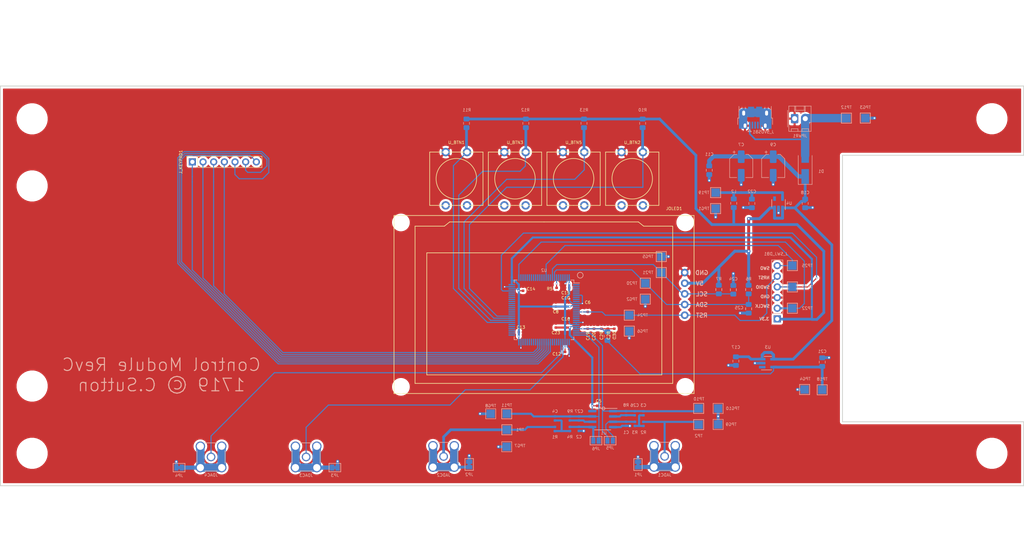
<source format=kicad_pcb>
(kicad_pcb (version 20171130) (host pcbnew "(5.1.2)-2")
  (title_block (title "Control Module/Front Panel") (date 2019-04-24) (rev C) (comment 2 https://www.hammfg.com/files/parts/pdf/1458VG4.pdf) (comment 3 "Enclosure: Hammond 1458VG4") (comment 4 "STM32F103 control module for programmable current sink"))
  (layers (0 F.Cu signal) (31 B.Cu signal) (34 B.Paste user) (35 F.Paste user) (36 B.SilkS user) (37 F.SilkS user) (38 B.Mask user) (39 F.Mask user) (44 Edge.Cuts user))
  (net 0 "")
  (net 1 /Control/NRST)
  (net 2 /Control/KEYPAD1)
  (net 3 /Control/KEYPAD2)
  (net 4 /Control/KEYPAD3)
  (net 5 /Control/KEYPAD4)
  (net 6 /Control/KEYPAD5)
  (net 7 /Control/KEYPAD6)
  (net 8 /Control/KEYPAD7)
  (net 9 /Control/OLED_SDA)
  (net 10 /Control/OLED_SCL)
  (net 11 /Control/SWCLK)
  (net 12 /Control/SWDIO)
  (net 13 /Control/SWO)
  (net 14 /Control/ADCSIG1)
  (net 15 /Control/ADCSIG2)
  (net 16 /Control/BTN4)
  (net 17 /Control/BTN2)
  (net 18 /Control/BTN3)
  (net 19 /Control/BTN1)
  (net 20 /Control/ADCS1)
  (net 21 /Control/ADCS2)
  (net 22 +3V3)
  (net 23 +3.3VA)
  (net 24 +5VD)
  (net 25 "Net-(C1-Pad1)")
  (net 26 "Net-(C2-Pad2)")
  (net 27 "Net-(C3-Pad1)")
  (net 28 "Net-(C4-Pad2)")
  (net 29 GNDS)
  (net 30 /5V)
  (net 31 "Net-(C21-Pad2)")
  (net 32 "Net-(C22-Pad1)")
  (net 33 "Net-(JADC1-Pad2)")
  (net 34 "Net-(JADC2-Pad2)")
  (net 35 /Control/DACOUT1)
  (net 36 /Control/DACOUT2)
  (net 37 "Net-(R5-Pad1)")
  (net 38 "Net-(JDAC3-Pad2)")
  (net 39 "Net-(JDAC4-Pad2)")
  (net 40 "Net-(C26-Pad1)")
  (net 41 "Net-(C27-Pad1)")
  (module Resistor_SMD:R_0805_2012Metric_Pad1.15x1.40mm_HandSolder (layer B.Cu) (at 202.692 69.85 270)
    (fp_text reference L2 (at -2.794 0 180) (layer B.SilkS) (effects (font (size 0.7 0.7) (thickness 0.1)) (justify mirror)))
    (fp_text value Ferrite)
    (pad 2 smd roundrect (at 1.025 0 270) (size 1.15 1.4) (layers B.Cu B.Paste B.Mask) (roundrect_rratio 0.217391) (net 22 +3V3))
    (pad 1 smd roundrect (at -1.025 0 270) (size 1.15 1.4) (layers B.Cu B.Paste B.Mask) (roundrect_rratio 0.217391) (net 32 "Net-(C22-Pad1)"))
  )
  (module Resistor_SMD:R_0805_2012Metric_Pad1.15x1.40mm_HandSolder (layer B.Cu) (at 172.593 101.5238 90)
    (fp_text reference L1 (at 0 1.65 90) (layer B.SilkS) (effects (font (size 0.7 0.7) (thickness 0.1)) (justify mirror)))
    (fp_text value Ferrite)
    (pad 2 smd roundrect (at 1.025 0 90) (size 1.15 1.4) (layers B.Cu B.Paste B.Mask) (roundrect_rratio 0.217391) (net 23 +3.3VA))
    (pad 1 smd roundrect (at -1.025 0 90) (size 1.15 1.4) (layers B.Cu B.Paste B.Mask) (roundrect_rratio 0.217391) (net 31 "Net-(C21-Pad2)"))
  )
  (module Capacitor_SMD:C_0805_2012Metric_Pad1.15x1.40mm_HandSolder (layer B.Cu) (at 207.01 69.8881 270)
    (fp_text reference C22 (at -2.8321 0 180) (layer B.SilkS) (effects (font (size 0.7 0.7) (thickness 0.1)) (justify mirror)))
    (fp_text value "1u X5R")
    (pad 2 smd roundrect (at 1.025 0 270) (size 1.15 1.4) (layers B.Cu B.Paste B.Mask) (roundrect_rratio 0.217391) (net 29 GNDS))
    (pad 1 smd roundrect (at -1.025 0 270) (size 1.15 1.4) (layers B.Cu B.Paste B.Mask) (roundrect_rratio 0.217391) (net 32 "Net-(C22-Pad1)"))
  )
  (module Capacitor_SMD:C_0805_2012Metric_Pad1.15x1.40mm_HandSolder (layer B.Cu) (at 223.774 107.696 270)
    (fp_text reference C21 (at -2.54 0 180) (layer B.SilkS) (effects (font (size 0.7 0.7) (thickness 0.1)) (justify mirror)))
    (fp_text value "1u ")
    (pad 2 smd roundrect (at 1.025 0 270) (size 1.15 1.4) (layers B.Cu B.Paste B.Mask) (roundrect_rratio 0.217391) (net 31 "Net-(C21-Pad2)"))
    (pad 1 smd roundrect (at -1.025 0 270) (size 1.15 1.4) (layers B.Cu B.Paste B.Mask) (roundrect_rratio 0.217391) (net 29 GNDS))
  )
  (module Capacitor_SMD:C_0805_2012Metric_Pad1.15x1.40mm_HandSolder (layer B.Cu) (at 219.71 69.8881 90)
    (fp_text reference C18 (at 2.5781 0 180) (layer B.SilkS) (effects (font (size 0.7 0.7) (thickness 0.1)) (justify mirror)))
    (fp_text value "1u X5R")
    (pad 2 smd roundrect (at 1.025 0 90) (size 1.15 1.4) (layers B.Cu B.Paste B.Mask) (roundrect_rratio 0.217391) (net 24 +5VD))
    (pad 1 smd roundrect (at -1.025 0 90) (size 1.15 1.4) (layers B.Cu B.Paste B.Mask) (roundrect_rratio 0.217391) (net 29 GNDS))
  )
  (module Capacitor_SMD:C_0805_2012Metric_Pad1.15x1.40mm_HandSolder (layer B.Cu) (at 203.2 107.465 90)
    (fp_text reference C17 (at 3.325 0 180) (layer B.SilkS) (effects (font (size 0.7 0.7) (thickness 0.1)) (justify mirror)))
    (fp_text value 4.7u)
    (pad 2 smd roundrect (at 1.025 0 90) (size 1.15 1.4) (layers B.Cu B.Paste B.Mask) (roundrect_rratio 0.217391) (net 24 +5VD))
    (pad 1 smd roundrect (at -1.025 0 90) (size 1.15 1.4) (layers B.Cu B.Paste B.Mask) (roundrect_rratio 0.217391) (net 29 GNDS))
  )
  (module Resistor_SMD:R_0805_2012Metric_Pad1.15x1.40mm_HandSolder (layer B.Cu) (at 167.005 50.8 270)
    (fp_text reference R13 (at -3.175 0 180) (layer B.SilkS) (effects (font (size 0.7 0.7) (thickness 0.1)) (justify mirror)))
    (fp_text value 220R)
    (pad 2 smd roundrect (at 1.025 0 270) (size 1.15 1.4) (layers B.Cu B.Paste B.Mask) (roundrect_rratio 0.217391) (net 18 /Control/BTN3))
    (pad 1 smd roundrect (at -1.025 0 270) (size 1.15 1.4) (layers B.Cu B.Paste B.Mask) (roundrect_rratio 0.217391) (net 22 +3V3))
  )
  (module Resistor_SMD:R_0805_2012Metric_Pad1.15x1.40mm_HandSolder (layer B.Cu) (at 153.1495 50.8 270)
    (fp_text reference R12 (at -3.175 0.1145) (layer B.SilkS) (effects (font (size 0.7 0.7) (thickness 0.1)) (justify mirror)))
    (fp_text value 220R)
    (pad 2 smd roundrect (at 1.025 0 270) (size 1.15 1.4) (layers B.Cu B.Paste B.Mask) (roundrect_rratio 0.217391) (net 17 /Control/BTN2))
    (pad 1 smd roundrect (at -1.025 0 270) (size 1.15 1.4) (layers B.Cu B.Paste B.Mask) (roundrect_rratio 0.217391) (net 22 +3V3))
  )
  (module Resistor_SMD:R_0805_2012Metric_Pad1.15x1.40mm_HandSolder (layer B.Cu) (at 139.0015 50.8 270)
    (fp_text reference R11 (at -3.175 -0.0635) (layer B.SilkS) (effects (font (size 0.7 0.7) (thickness 0.1)) (justify mirror)))
    (fp_text value 220R)
    (pad 2 smd roundrect (at 1.025 0 270) (size 1.15 1.4) (layers B.Cu B.Paste B.Mask) (roundrect_rratio 0.217391) (net 19 /Control/BTN1))
    (pad 1 smd roundrect (at -1.025 0 270) (size 1.15 1.4) (layers B.Cu B.Paste B.Mask) (roundrect_rratio 0.217391) (net 22 +3V3))
  )
  (module Resistor_SMD:R_0805_2012Metric_Pad1.15x1.40mm_HandSolder (layer B.Cu) (at 180.975 50.8 270)
    (fp_text reference R10 (at -3.175 0) (layer B.SilkS) (effects (font (size 0.7 0.7) (thickness 0.1)) (justify mirror)))
    (fp_text value 220R)
    (pad 2 smd roundrect (at 1.025 0 270) (size 1.15 1.4) (layers B.Cu B.Paste B.Mask) (roundrect_rratio 0.217391) (net 16 /Control/BTN4))
    (pad 1 smd roundrect (at -1.025 0 270) (size 1.15 1.4) (layers B.Cu B.Paste B.Mask) (roundrect_rratio 0.217391) (net 22 +3V3))
  )
  (module Capacitor_SMD:C_0402_1005Metric (layer F.Cu) (at 174.2186 99.2632 90)
    (fp_text reference C30 (at -2.0574 0.0508 90) (layer F.SilkS) (effects (font (size 0.7 0.7) (thickness 0.1))))
    (fp_text value 1uF)
    (pad 2 smd roundrect (at 0.485 0 90) (size 0.59 0.64) (layers F.Cu F.Paste F.Mask) (net 29 GNDS))
    (pad 1 smd roundrect (at -0.485 0 90) (size 0.59 0.64) (layers F.Cu F.Paste F.Mask) (net 23 +3.3VA))
  )
  (module Capacitor_SMD:C_0402_1005Metric (layer F.Cu) (at 171.1706 99.2632 90)
    (fp_text reference C29 (at -2.1336 0.0254 270) (layer F.SilkS) (effects (font (size 0.7 0.7) (thickness 0.1))))
    (fp_text value 1uF)
    (pad 2 smd roundrect (at 0.485 0 90) (size 0.59 0.64) (layers F.Cu F.Paste F.Mask) (net 29 GNDS))
    (pad 1 smd roundrect (at -0.485 0 90) (size 0.59 0.64) (layers F.Cu F.Paste F.Mask) (net 23 +3.3VA))
  )
  (module Capacitor_SMD:C_0402_1005Metric (layer F.Cu) (at 172.6946 99.2632 90)
    (fp_text reference C28 (at -2.0828 0.1524 90) (layer F.SilkS) (effects (font (size 0.7 0.7) (thickness 0.1))))
    (fp_text value 1uF)
    (pad 2 smd roundrect (at 0.485 0 90) (size 0.59 0.64) (layers F.Cu F.Paste F.Mask) (net 29 GNDS))
    (pad 1 smd roundrect (at -0.485 0 90) (size 0.59 0.64) (layers F.Cu F.Paste F.Mask) (net 23 +3.3VA))
  )
  (module Connector_Molex:Molex_KK-254_AE-6410-02A_1x02_P2.54mm_Vertical (layer B.Cu) (at 217.1954 49.6824)
    (fp_text reference JPWR1 (at 1.27 4.12) (layer B.SilkS) (effects (font (size 0.7 0.7) (thickness 0.1)) (justify mirror)))
    (fp_text value KK254_01x02)
    (pad 2 thru_hole oval (at 2.54 0) (size 1.74 2.2) (drill 1.2) (layers *.Cu *.Mask) (net 30 /5V))
    (pad 1 thru_hole roundrect (at 0 0) (size 1.74 2.2) (drill 1.2) (layers *.Cu *.Mask) (roundrect_rratio 0.143678) (net 29 GNDS))
  )
  (module Connector_PinSocket_2.54mm:PinSocket_1x07_P2.54mm_Vertical (layer F.Cu) (at 73.6854 59.9948 90)
    (fp_text reference J_KEYPAD1 (at 0 -2.77 90) (layer F.SilkS) (effects (font (size 0.7 0.7) (thickness 0.1))))
    (fp_text value "Samtec ESW elevated PCB socket")
    (pad 7 thru_hole oval (at 0 15.24 90) (size 1.7 1.7) (drill 1) (layers *.Cu *.Mask) (net 8 /Control/KEYPAD7))
    (pad 6 thru_hole oval (at 0 12.7 90) (size 1.7 1.7) (drill 1) (layers *.Cu *.Mask) (net 7 /Control/KEYPAD6))
    (pad 5 thru_hole oval (at 0 10.16 90) (size 1.7 1.7) (drill 1) (layers *.Cu *.Mask) (net 6 /Control/KEYPAD5))
    (pad 4 thru_hole oval (at 0 7.62 90) (size 1.7 1.7) (drill 1) (layers *.Cu *.Mask) (net 5 /Control/KEYPAD4))
    (pad 3 thru_hole oval (at 0 5.08 90) (size 1.7 1.7) (drill 1) (layers *.Cu *.Mask) (net 4 /Control/KEYPAD3))
    (pad 2 thru_hole oval (at 0 2.54 90) (size 1.7 1.7) (drill 1) (layers *.Cu *.Mask) (net 3 /Control/KEYPAD2))
    (pad 1 thru_hole rect (at 0 0 90) (size 1.7 1.7) (drill 1) (layers *.Cu *.Mask) (net 2 /Control/KEYPAD1))
  )
  (module Connector_USB:USB_Micro-B_Amphenol_10103594-0001LF_Horizontal (layer B.Cu) (at 207.8101 49.4792)
    (fp_text reference J_5VUSB1 (at 1.925 3.365) (layer B.SilkS) (effects (font (size 0.7 0.7) (thickness 0.1)) (justify mirror)))
    (fp_text value USB_B_Micro)
    (pad 6 smd rect (at 0.935 -1.385 270) (size 2.5 1.43) (layers B.Cu B.Paste B.Mask) (net 29 GNDS))
    (pad 6 smd rect (at -0.985 -1.385 270) (size 2.5 1.43) (layers B.Cu B.Paste B.Mask) (net 29 GNDS))
    (pad 6 thru_hole oval (at 2.705 -1.115 270) (size 1.7 1.35) (drill oval 1.2 0.7) (layers *.Cu *.Mask) (net 29 GNDS))
    (pad 6 thru_hole oval (at -2.755 -1.115 270) (size 1.7 1.35) (drill oval 1.2 0.7) (layers *.Cu *.Mask) (net 29 GNDS))
    (pad 6 thru_hole oval (at 2.395 1.885 270) (size 1.5 1.1) (drill oval 1.05 0.65) (layers *.Cu *.Mask) (net 29 GNDS))
    (pad 6 thru_hole oval (at -2.445 1.885 270) (size 1.5 1.1) (drill oval 1.05 0.65) (layers *.Cu *.Mask) (net 29 GNDS))
    (pad 5 smd rect (at 1.275 1.765 270) (size 1.65 0.4) (layers B.Cu B.Paste B.Mask) (net 29 GNDS))
    (pad 4 smd rect (at 0.625 1.765 270) (size 1.65 0.4) (layers B.Cu B.Paste B.Mask))
    (pad 3 smd rect (at -0.025 1.765 270) (size 1.65 0.4) (layers B.Cu B.Paste B.Mask))
    (pad 2 smd rect (at -0.675 1.765 270) (size 1.65 0.4) (layers B.Cu B.Paste B.Mask))
    (pad 1 smd rect (at -1.325 1.765 270) (size 1.65 0.4) (layers B.Cu B.Paste B.Mask) (net 30 /5V))
    (pad 6 smd rect (at 2.875 1.885) (size 2 1.5) (layers B.Cu B.Paste B.Mask) (net 29 GNDS))
    (pad 6 smd rect (at -2.875 1.865) (size 2 1.5) (layers B.Cu B.Paste B.Mask) (net 29 GNDS))
    (pad 6 smd rect (at 2.975 0.565) (size 1.825 0.7) (layers B.Cu B.Paste B.Mask) (net 29 GNDS))
    (pad 6 smd rect (at -2.975 0.565) (size 1.825 0.7) (layers B.Cu B.Paste B.Mask) (net 29 GNDS))
    (pad 6 smd rect (at -2.755 -0.185) (size 1.35 2) (layers B.Cu B.Paste B.Mask) (net 29 GNDS))
    (pad 6 smd rect (at 2.725 -0.185) (size 1.35 2) (layers B.Cu B.Paste B.Mask) (net 29 GNDS))
  )
  (module Capacitor_SMD:C_0402_1005Metric (layer B.Cu) (at 165.7985 121.1326 90)
    (fp_text reference C27 (at 1.7145 0 180) (layer B.SilkS) (effects (font (size 0.7 0.7) (thickness 0.1)) (justify mirror)))
    (fp_text value 1u)
    (pad 2 smd roundrect (at 0.485 0 90) (size 0.59 0.64) (layers B.Cu B.Paste B.Mask) (net 21 /Control/ADCS2))
    (pad 1 smd roundrect (at -0.485 0 90) (size 0.59 0.64) (layers B.Cu B.Paste B.Mask) (net 41 "Net-(C27-Pad1)"))
  )
  (module DIYMORE_SSD1309:DIYMORE_SSD1309 (layer F.Cu) (at 157.48 93.98 180)
    (fp_text reference JOLED1 (at -30.988 22.86) (layer F.SilkS) (effects (font (size 0.7 0.7) (thickness 0.1))))
    (fp_text value Conn_01x05)
    (pad "" np_thru_hole circle (at 34.0995 -19.6215 180) (size 3.2 3.2) (drill 3.2) (layers *.Cu *.Mask))
    (pad "" np_thru_hole circle (at 34.0995 19.558 180) (size 3.2 3.2) (drill 3.2) (layers *.Cu *.Mask))
    (pad "" np_thru_hole circle (at -33.655 19.558 180) (size 3.2 3.2) (drill 3.2) (layers *.Cu *.Mask))
    (pad "" np_thru_hole circle (at -33.655 -19.6215 180) (size 3.2 3.2) (drill 3.2) (layers *.Cu *.Mask))
    (pad 1 thru_hole circle (at -33.528 7.62) (size 1.8 1.8) (drill 1) (layers *.Cu *.Mask) (net 29 GNDS))
    (pad 2 thru_hole circle (at -33.528 5.08) (size 1.8 1.8) (drill 1) (layers *.Cu *.Mask) (net 24 +5VD))
    (pad 3 thru_hole circle (at -33.528 2.54) (size 1.8 1.8) (drill 1) (layers *.Cu *.Mask) (net 10 /Control/OLED_SCL))
    (pad 4 thru_hole circle (at -33.528 0) (size 1.8 1.8) (drill 1) (layers *.Cu *.Mask) (net 9 /Control/OLED_SDA))
    (pad 5 thru_hole circle (at -33.528 -2.54) (size 1.8 1.8) (drill 1) (layers *.Cu *.Mask) (net 1 /Control/NRST))
  )
  (module MountingHole:MountingHole_6.4mm_M6_ISO14580 (layer F.Cu) (at 264.2108 129.4384)
    (fp_text reference REF** hide)
    (fp_text value MountingHole_6.4mm_M6_ISO14580)
    (pad 1 np_thru_hole circle (at 0 0) (size 6.4 6.4) (drill 6.4) (layers *.Cu *.Mask))
  )
  (module MountingHole:MountingHole_6.4mm_M6_ISO14580 (layer F.Cu) (at 264.2108 49.7078)
    (fp_text reference REF** hide)
    (fp_text value MountingHole_6.4mm_M6_ISO14580)
    (pad 1 np_thru_hole circle (at 0 0) (size 6.4 6.4) (drill 6.4) (layers *.Cu *.Mask))
  )
  (module MountingHole:MountingHole_6.4mm_M6_ISO14580 (layer F.Cu) (at 35.4965 49.7332)
    (fp_text reference REF** hide)
    (fp_text value MountingHole_6.4mm_M6_ISO14580)
    (pad 1 np_thru_hole circle (at 0 0) (size 6.4 6.4) (drill 6.4) (layers *.Cu *.Mask))
  )
  (module MountingHole:MountingHole_6.4mm_M6_ISO14580 (layer F.Cu) (at 35.4965 129.4384)
    (fp_text reference REF** hide)
    (fp_text value MountingHole_6.4mm_M6_ISO14580)
    (pad 1 np_thru_hole circle (at 0 0) (size 6.4 6.4) (drill 6.4) (layers *.Cu *.Mask))
  )
  (module Connector_Coaxial:SMA_Amphenol_901-144_Vertical (layer B.Cu) (at 133.5532 130.1877)
    (fp_text reference JADC2 (at 0 4.445 180) (layer B.SilkS) (effects (font (size 0.7 0.7) (thickness 0.1)) (justify mirror)))
    (fp_text value SMA_RG402_Coax)
    (pad 1 thru_hole circle (at 0 0) (size 2.05 2.05) (drill 1.5) (layers *.Cu *.Mask) (net 15 /Control/ADCSIG2))
    (pad 2 thru_hole circle (at 2.54 -2.54) (size 2.25 2.25) (drill 1.7) (layers *.Cu *.Mask) (net 34 "Net-(JADC2-Pad2)"))
    (pad 2 thru_hole circle (at 2.54 2.54) (size 2.25 2.25) (drill 1.7) (layers *.Cu *.Mask) (net 34 "Net-(JADC2-Pad2)"))
    (pad 2 thru_hole circle (at -2.54 2.54) (size 2.25 2.25) (drill 1.7) (layers *.Cu *.Mask) (net 34 "Net-(JADC2-Pad2)"))
    (pad 2 thru_hole circle (at -2.54 -2.54) (size 2.25 2.25) (drill 1.7) (layers *.Cu *.Mask) (net 34 "Net-(JADC2-Pad2)"))
  )
  (module MountingHole:MountingHole_6.4mm_M6_ISO14580 (layer F.Cu) (at 35.4965 113.411)
    (fp_text reference REF** hide)
    (fp_text value MountingHole_6.4mm_M6_ISO14580)
    (pad 1 np_thru_hole circle (at 0 0) (size 6.4 6.4) (drill 6.4) (layers *.Cu *.Mask))
  )
  (module MountingHole:MountingHole_6.4mm_M6_ISO14580 (layer F.Cu) (at 35.4965 65.7225)
    (fp_text reference REF** hide)
    (fp_text value MountingHole_6.4mm_M6_ISO14580)
    (pad 1 np_thru_hole circle (at 0 0) (size 6.4 6.4) (drill 6.4) (layers *.Cu *.Mask))
  )
  (module Connector_PinHeader_2.54mm:PinHeader_1x06_P2.54mm_Vertical (layer B.Cu) (at 213.0552 97.409)
    (fp_text reference J_SWJ_DB1 (at -0.3302 -15.494) (layer B.SilkS) (effects (font (size 0.7 0.7) (thickness 0.1)) (justify mirror)))
    (fp_text value Conn_01x06)
    (pad 6 thru_hole oval (at 0 -12.7) (size 1.7 1.7) (drill 1) (layers *.Cu *.Mask) (net 13 /Control/SWO))
    (pad 5 thru_hole oval (at 0 -10.16) (size 1.7 1.7) (drill 1) (layers *.Cu *.Mask) (net 1 /Control/NRST))
    (pad 4 thru_hole oval (at 0 -7.62) (size 1.7 1.7) (drill 1) (layers *.Cu *.Mask) (net 12 /Control/SWDIO))
    (pad 3 thru_hole oval (at 0 -5.08) (size 1.7 1.7) (drill 1) (layers *.Cu *.Mask) (net 29 GNDS))
    (pad 2 thru_hole oval (at 0 -2.54) (size 1.7 1.7) (drill 1) (layers *.Cu *.Mask) (net 11 /Control/SWCLK))
    (pad 1 thru_hole rect (at 0 0) (size 1.7 1.7) (drill 1) (layers *.Cu *.Mask) (net 22 +3V3))
  )
  (module Resistor_SMD:R_0805_2012Metric_Pad1.15x1.40mm_HandSolder (layer B.Cu) (at 199.136 90.415 90)
    (fp_text reference R7 (at 2.531 0) (layer B.SilkS) (effects (font (size 0.7 0.7) (thickness 0.1)) (justify mirror)))
    (fp_text value 4K7)
    (pad 2 smd roundrect (at 1.025 0 90) (size 1.15 1.4) (layers B.Cu B.Paste B.Mask) (roundrect_rratio 0.217391) (net 24 +5VD))
    (pad 1 smd roundrect (at -1.025 0 90) (size 1.15 1.4) (layers B.Cu B.Paste B.Mask) (roundrect_rratio 0.217391) (net 10 /Control/OLED_SCL))
  )
  (module Resistor_SMD:R_0805_2012Metric_Pad1.15x1.40mm_HandSolder (layer B.Cu) (at 206.248 90.424 270)
    (fp_text reference R6 (at -2.54 0) (layer B.SilkS) (effects (font (size 0.7 0.7) (thickness 0.1)) (justify mirror)))
    (fp_text value 4K7)
    (pad 1 smd roundrect (at -1.025 0 270) (size 1.15 1.4) (layers B.Cu B.Paste B.Mask) (roundrect_rratio 0.217391) (net 24 +5VD))
    (pad 2 smd roundrect (at 1.025 0 270) (size 1.15 1.4) (layers B.Cu B.Paste B.Mask) (roundrect_rratio 0.217391) (net 9 /Control/OLED_SDA))
  )
  (module Package_TO_SOT_SMD:SOT-23-5 (layer B.Cu) (at 213.36 69.85 90)
    (fp_text reference U4 (at 0 2.54 180) (layer B.SilkS) (effects (font (size 0.7 0.7) (thickness 0.1)) (justify mirror)))
    (fp_text value TLV70233DBVR)
    (pad 1 smd rect (at -1.1 0.95 90) (size 1.06 0.65) (layers B.Cu B.Paste B.Mask) (net 24 +5VD))
    (pad 2 smd rect (at -1.1 0 90) (size 1.06 0.65) (layers B.Cu B.Paste B.Mask) (net 29 GNDS))
    (pad 3 smd rect (at -1.1 -0.95 90) (size 1.06 0.65) (layers B.Cu B.Paste B.Mask) (net 24 +5VD))
    (pad 4 smd rect (at 1.1 -0.95 90) (size 1.06 0.65) (layers B.Cu B.Paste B.Mask))
    (pad 5 smd rect (at 1.1 0.95 90) (size 1.06 0.65) (layers B.Cu B.Paste B.Mask) (net 32 "Net-(C22-Pad1)"))
  )
  (module TestPoint:TestPoint_Pad_2.0x2.0mm (layer B.Cu) (at 198.374 67.31)
    (fp_text reference TP19 (at -2.794 0) (layer B.SilkS) (effects (font (size 0.7 0.7) (thickness 0.1)) (justify mirror)))
    (fp_text value TestPoint)
    (pad 1 smd rect (at 0 0) (size 2 2) (layers B.Cu B.Mask) (net 32 "Net-(C22-Pad1)"))
  )
  (module TestPoint:TestPoint_Pad_2.0x2.0mm (layer B.Cu) (at 181.61 88.9 180)
    (fp_text reference TP20 (at 3.175 0) (layer B.SilkS) (effects (font (size 0.7 0.7) (thickness 0.1)) (justify mirror)))
    (fp_text value TestPoint)
    (pad 1 smd rect (at 0 0 180) (size 2 2) (layers B.Cu B.Mask) (net 9 /Control/OLED_SDA))
  )
  (module TestPoint:TestPoint_Pad_2.0x2.0mm (layer B.Cu) (at 185.42 86.36 180)
    (fp_text reference TP21 (at 3.175 0) (layer B.SilkS) (effects (font (size 0.7 0.7) (thickness 0.1)) (justify mirror)))
    (fp_text value TestPoint)
    (pad 1 smd rect (at 0 0 180) (size 2 2) (layers B.Cu B.Mask) (net 10 /Control/OLED_SCL))
  )
  (module TestPoint:TestPoint_Pad_2.0x2.0mm (layer B.Cu) (at 216.662 94.869 180)
    (fp_text reference TP22 (at -3.556 0) (layer B.SilkS) (effects (font (size 0.7 0.7) (thickness 0.1)) (justify mirror)))
    (fp_text value TestPoint)
    (pad 1 smd rect (at 0 0 180) (size 2 2) (layers B.Cu B.Mask) (net 11 /Control/SWCLK))
  )
  (module TestPoint:TestPoint_Pad_2.0x2.0mm (layer B.Cu) (at 216.662 89.789 180)
    (fp_text reference TP23 (at -3.556 0) (layer B.SilkS) (effects (font (size 0.7 0.7) (thickness 0.1)) (justify mirror)))
    (fp_text value TestPoint)
    (pad 1 smd rect (at 0 0 180) (size 2 2) (layers B.Cu B.Mask) (net 12 /Control/SWDIO))
  )
  (module TestPoint:TestPoint_Pad_2.0x2.0mm (layer B.Cu) (at 177.8 96.52 180)
    (fp_text reference TP24 (at -3.175 0) (layer B.SilkS) (effects (font (size 0.7 0.7) (thickness 0.1)) (justify mirror)))
    (fp_text value TestPoint)
    (pad 1 smd rect (at 0 0 180) (size 2 2) (layers B.Cu B.Mask) (net 1 /Control/NRST))
  )
  (module TestPoint:TestPoint_Pad_2.0x2.0mm (layer B.Cu) (at 216.662 84.709 180)
    (fp_text reference TP25 (at -3.556 0) (layer B.SilkS) (effects (font (size 0.7 0.7) (thickness 0.1)) (justify mirror)))
    (fp_text value TestPoint)
    (pad 1 smd rect (at 0 0 180) (size 2 2) (layers B.Cu B.Mask) (net 13 /Control/SWO))
  )
  (module TestPoint:TestPoint_Pad_2.0x2.0mm (layer B.Cu) (at 198.374 71.12 90)
    (fp_text reference TPG1 (at 0 -2.794 180) (layer B.SilkS) (effects (font (size 0.7 0.7) (thickness 0.1)) (justify mirror)))
    (fp_text value TestPoint)
    (pad 1 smd rect (at 0 0 90) (size 2 2) (layers B.Cu B.Mask) (net 29 GNDS))
  )
  (module TestPoint:TestPoint_Pad_2.0x2.0mm (layer B.Cu) (at 181.61 92.71 90)
    (fp_text reference TPG2 (at 0 -3.175 180) (layer B.SilkS) (effects (font (size 0.7 0.7) (thickness 0.1)) (justify mirror)))
    (fp_text value TestPoint)
    (pad 1 smd rect (at 0 0 90) (size 2 2) (layers B.Cu B.Mask) (net 29 GNDS))
  )
  (module TestPoint:TestPoint_Pad_2.0x2.0mm (layer B.Cu) (at 234.0356 49.5554 180)
    (fp_text reference TPG3 (at -0.0254 2.5654) (layer B.SilkS) (effects (font (size 0.7 0.7) (thickness 0.1)) (justify mirror)))
    (fp_text value TestPoint)
    (pad 1 smd rect (at 0 0 180) (size 2 2) (layers B.Cu B.Mask) (net 29 GNDS))
  )
  (module TestPoint:TestPoint_Pad_2.0x2.0mm (layer B.Cu) (at 219.583 114.2365 180)
    (fp_text reference TPG4 (at -0.127 2.54) (layer B.SilkS) (effects (font (size 0.7 0.7) (thickness 0.1)) (justify mirror)))
    (fp_text value TestPoint)
    (pad 1 smd rect (at 0 0 180) (size 2 2) (layers B.Cu B.Mask) (net 29 GNDS))
  )
  (module TestPoint:TestPoint_Pad_2.0x2.0mm (layer B.Cu) (at 185.42 82.55 90)
    (fp_text reference TPG5 (at 0 -3.175 180) (layer B.SilkS) (effects (font (size 0.7 0.7) (thickness 0.1)) (justify mirror)))
    (fp_text value TestPoint)
    (pad 1 smd rect (at 0 0 90) (size 2 2) (layers B.Cu B.Mask) (net 29 GNDS))
  )
  (module TestPoint:TestPoint_Pad_2.0x2.0mm (layer B.Cu) (at 177.8 100.33 180)
    (fp_text reference TPG6 (at -3.175 0) (layer B.SilkS) (effects (font (size 0.7 0.7) (thickness 0.1)) (justify mirror)))
    (fp_text value TestPoint)
    (pad 1 smd rect (at 0 0 180) (size 2 2) (layers B.Cu B.Mask) (net 29 GNDS))
  )
  (module Capacitor_SMD:C_0805_2012Metric_Pad1.15x1.40mm_HandSolder (layer B.Cu) (at 202.5904 90.4658 270)
    (fp_text reference C24 (at -2.5818 0 180) (layer B.SilkS) (effects (font (size 0.7 0.7) (thickness 0.1)) (justify mirror)))
    (fp_text value 20pF)
    (pad 2 smd roundrect (at 1.025 0 270) (size 1.15 1.4) (layers B.Cu B.Paste B.Mask) (roundrect_rratio 0.217391) (net 10 /Control/OLED_SCL))
    (pad 1 smd roundrect (at -1.025 0 270) (size 1.15 1.4) (layers B.Cu B.Paste B.Mask) (roundrect_rratio 0.217391) (net 29 GNDS))
  )
  (module Capacitor_SMD:C_0805_2012Metric_Pad1.15x1.40mm_HandSolder (layer B.Cu) (at 206.248 94.996 270)
    (fp_text reference C25 (at -0.254 2.286 180) (layer B.SilkS) (effects (font (size 0.7 0.7) (thickness 0.1)) (justify mirror)))
    (fp_text value 20pF)
    (pad 1 smd roundrect (at -1.025 0 270) (size 1.15 1.4) (layers B.Cu B.Paste B.Mask) (roundrect_rratio 0.217391) (net 9 /Control/OLED_SDA))
    (pad 2 smd roundrect (at 1.025 0 270) (size 1.15 1.4) (layers B.Cu B.Paste B.Mask) (roundrect_rratio 0.217391) (net 29 GNDS))
  )
  (module Connector_Coaxial:SMA_Amphenol_901-144_Vertical (layer B.Cu) (at 186.2201 130.1623 90)
    (fp_text reference JADC1 (at -4.445 0) (layer B.SilkS) (effects (font (size 0.7 0.7) (thickness 0.1)) (justify mirror)))
    (fp_text value SMA_RG402_Coax)
    (pad 2 thru_hole circle (at -2.54 -2.54 90) (size 2.25 2.25) (drill 1.7) (layers *.Cu *.Mask) (net 33 "Net-(JADC1-Pad2)"))
    (pad 2 thru_hole circle (at -2.54 2.54 90) (size 2.25 2.25) (drill 1.7) (layers *.Cu *.Mask) (net 33 "Net-(JADC1-Pad2)"))
    (pad 2 thru_hole circle (at 2.54 2.54 90) (size 2.25 2.25) (drill 1.7) (layers *.Cu *.Mask) (net 33 "Net-(JADC1-Pad2)"))
    (pad 2 thru_hole circle (at 2.54 -2.54 90) (size 2.25 2.25) (drill 1.7) (layers *.Cu *.Mask) (net 33 "Net-(JADC1-Pad2)"))
    (pad 1 thru_hole circle (at 0 0 90) (size 2.05 2.05) (drill 1.5) (layers *.Cu *.Mask) (net 14 /Control/ADCSIG1))
  )
  (module 12x12x7_3mmTactilePushButtonMomentary:12x12x7_3mmTactilePushButtonMomentary (layer F.Cu) (at 136.5885 64.008 270)
    (fp_text reference U_BTN1 (at -8.636 0) (layer F.SilkS) (effects (font (size 0.7 0.7) (thickness 0.1))))
    (fp_text value Tactile_Switch_SPST-NO)
    (pad 1 thru_hole circle (at 6.35 2.54 270) (size 2 2) (drill 1.2) (layers *.Cu *.Mask))
    (pad 2 thru_hole circle (at -6.35 2.54 270) (size 2 2) (drill 1.2) (layers *.Cu *.Mask) (net 29 GNDS))
    (pad 3 thru_hole circle (at 6.35 -2.54 270) (size 2 2) (drill 1.2) (layers *.Cu *.Mask))
    (pad 4 thru_hole circle (at -6.35 -2.54 270) (size 2 2) (drill 1.2) (layers *.Cu *.Mask) (net 19 /Control/BTN1))
  )
  (module 12x12x7_3mmTactilePushButtonMomentary:12x12x7_3mmTactilePushButtonMomentary (layer F.Cu) (at 150.5585 64.008 270)
    (fp_text reference U_BTN3 (at -8.636 0) (layer F.SilkS) (effects (font (size 0.7 0.7) (thickness 0.1))))
    (fp_text value Tactile_Switch_SPST-NO)
    (pad 1 thru_hole circle (at 6.35 2.54 270) (size 2 2) (drill 1.2) (layers *.Cu *.Mask))
    (pad 2 thru_hole circle (at -6.35 2.54 270) (size 2 2) (drill 1.2) (layers *.Cu *.Mask) (net 29 GNDS))
    (pad 3 thru_hole circle (at 6.35 -2.54 270) (size 2 2) (drill 1.2) (layers *.Cu *.Mask))
    (pad 4 thru_hole circle (at -6.35 -2.54 270) (size 2 2) (drill 1.2) (layers *.Cu *.Mask) (net 17 /Control/BTN2))
  )
  (module 12x12x7_3mmTactilePushButtonMomentary:12x12x7_3mmTactilePushButtonMomentary (layer F.Cu) (at 164.5285 64.008 270)
    (fp_text reference U_BTN5 (at -8.636 0) (layer F.SilkS) (effects (font (size 0.7 0.7) (thickness 0.1))))
    (fp_text value Tactile_Switch_SPST-NO)
    (pad 4 thru_hole circle (at -6.35 -2.54 270) (size 2 2) (drill 1.2) (layers *.Cu *.Mask) (net 18 /Control/BTN3))
    (pad 3 thru_hole circle (at 6.35 -2.54 270) (size 2 2) (drill 1.2) (layers *.Cu *.Mask))
    (pad 2 thru_hole circle (at -6.35 2.54 270) (size 2 2) (drill 1.2) (layers *.Cu *.Mask) (net 29 GNDS))
    (pad 1 thru_hole circle (at 6.35 2.54 270) (size 2 2) (drill 1.2) (layers *.Cu *.Mask))
  )
  (module 12x12x7_3mmTactilePushButtonMomentary:12x12x7_3mmTactilePushButtonMomentary (layer F.Cu) (at 178.4985 64.008 270)
    (fp_text reference U_BTN2 (at -8.636 0) (layer F.SilkS) (effects (font (size 0.7 0.7) (thickness 0.1))))
    (fp_text value Tactile_Switch_SPST-NO)
    (pad 1 thru_hole circle (at 6.35 2.54 270) (size 2 2) (drill 1.2) (layers *.Cu *.Mask))
    (pad 2 thru_hole circle (at -6.35 2.54 270) (size 2 2) (drill 1.2) (layers *.Cu *.Mask) (net 29 GNDS))
    (pad 3 thru_hole circle (at 6.35 -2.54 270) (size 2 2) (drill 1.2) (layers *.Cu *.Mask))
    (pad 4 thru_hole circle (at -6.35 -2.54 270) (size 2 2) (drill 1.2) (layers *.Cu *.Mask) (net 16 /Control/BTN4))
  )
  (module TestPoint:TestPoint_Pad_2.0x2.0mm (layer B.Cu) (at 194.3354 122.6058 270)
    (fp_text reference TP2 (at 2.667 0 180) (layer B.SilkS) (effects (font (size 0.7 0.7) (thickness 0.1)) (justify mirror)))
    (fp_text value TestPoint)
    (pad 1 smd rect (at 0 0 270) (size 2 2) (layers B.Cu B.Mask) (net 14 /Control/ADCSIG1))
  )
  (module TestPoint:TestPoint_Pad_2.0x2.0mm (layer B.Cu) (at 148.6154 123.825 270)
    (fp_text reference TP1 (at 0 -3.1496 180) (layer B.SilkS) (effects (font (size 0.7 0.7) (thickness 0.1)) (justify mirror)))
    (fp_text value TestPoint)
    (pad 1 smd rect (at 0 0 270) (size 2 2) (layers B.Cu B.Mask) (net 15 /Control/ADCSIG2))
  )
  (module TestPoint:TestPoint_Pad_2.0x2.0mm (layer B.Cu) (at 194.3354 118.7196 90)
    (fp_text reference TP10 (at 2.2225 0.0635 180) (layer B.SilkS) (effects (font (size 0.7 0.7) (thickness 0.1)) (justify mirror)))
    (fp_text value TestPoint)
    (pad 1 smd rect (at 0 0 90) (size 2 2) (layers B.Cu B.Mask) (net 20 /Control/ADCS1))
  )
  (module TestPoint:TestPoint_Pad_2.0x2.0mm (layer B.Cu) (at 148.59 120.015 270)
    (fp_text reference TP11 (at -2.032 0) (layer B.SilkS) (effects (font (size 0.7 0.7) (thickness 0.1)) (justify mirror)))
    (fp_text value TestPoint)
    (pad 1 smd rect (at 0 0 270) (size 2 2) (layers B.Cu B.Mask) (net 21 /Control/ADCS2))
  )
  (module TestPoint:TestPoint_Pad_2.0x2.0mm (layer B.Cu) (at 223.774 114.3)
    (fp_text reference TP18 (at 0 -2.54) (layer B.SilkS) (effects (font (size 0.7 0.7) (thickness 0.1)) (justify mirror)))
    (fp_text value TestPoint)
    (pad 1 smd rect (at 0 0) (size 2 2) (layers B.Cu B.Mask) (net 31 "Net-(C21-Pad2)"))
  )
  (module Capacitor_SMD:C_0402_1005Metric (layer F.Cu) (at 170.6245 118.11)
    (fp_text reference C5 (at -0.127 -1.143) (layer F.SilkS) (effects (font (size 0.7 0.7) (thickness 0.1))))
    (fp_text value 100n)
    (pad 1 smd roundrect (at -0.485 0) (size 0.59 0.64) (layers F.Cu F.Paste F.Mask) (net 23 +3.3VA))
    (pad 2 smd roundrect (at 0.485 0) (size 0.59 0.64) (layers F.Cu F.Paste F.Mask) (net 29 GNDS))
  )
  (module Capacitor_SMD:C_0402_1005Metric (layer F.Cu) (at 167.894 95.25 90)
    (fp_text reference C6 (at 1.778 0 180) (layer F.SilkS) (effects (font (size 0.7 0.7) (thickness 0.1))))
    (fp_text value 100n)
    (pad 1 smd roundrect (at -0.485 0 90) (size 0.59 0.64) (layers F.Cu F.Paste F.Mask) (net 1 /Control/NRST))
    (pad 2 smd roundrect (at 0.485 0 90) (size 0.59 0.64) (layers F.Cu F.Paste F.Mask) (net 29 GNDS))
  )
  (module Capacitor_SMD:C_0402_1005Metric (layer F.Cu) (at 160.274 93.98 90)
    (fp_text reference C8 (at -1.7272 0 180) (layer F.SilkS) (effects (font (size 0.7 0.7) (thickness 0.1))))
    (fp_text value 4.7uF)
    (pad 2 smd roundrect (at 0.485 0 90) (size 0.59 0.64) (layers F.Cu F.Paste F.Mask) (net 29 GNDS))
    (pad 1 smd roundrect (at -0.485 0 90) (size 0.59 0.64) (layers F.Cu F.Paste F.Mask) (net 22 +3V3))
  )
  (module Capacitor_SMD:C_0402_1005Metric (layer F.Cu) (at 162.6362 93.98 90)
    (fp_text reference C10 (at 1.6002 0 180) (layer F.SilkS) (effects (font (size 0.7 0.7) (thickness 0.1))))
    (fp_text value 100n)
    (pad 1 smd roundrect (at -0.485 0 90) (size 0.59 0.64) (layers F.Cu F.Paste F.Mask) (net 22 +3V3))
    (pad 2 smd roundrect (at 0.485 0 90) (size 0.59 0.64) (layers F.Cu F.Paste F.Mask) (net 29 GNDS))
  )
  (module Capacitor_SMD:C_0402_1005Metric (layer F.Cu) (at 162.4838 105.7656 270)
    (fp_text reference C12 (at 0 1.9812 180) (layer F.SilkS) (effects (font (size 0.7 0.7) (thickness 0.1))))
    (fp_text value 100n)
    (pad 2 smd roundrect (at 0.485 0 270) (size 0.59 0.64) (layers F.Cu F.Paste F.Mask) (net 29 GNDS))
    (pad 1 smd roundrect (at -0.485 0 270) (size 0.59 0.64) (layers F.Cu F.Paste F.Mask) (net 22 +3V3))
  )
  (module Capacitor_SMD:C_0402_1005Metric (layer F.Cu) (at 151.9682 100.5586)
    (fp_text reference C13 (at 0 -1.17) (layer F.SilkS) (effects (font (size 0.7 0.7) (thickness 0.1))))
    (fp_text value 100n)
    (pad 1 smd roundrect (at -0.485 0) (size 0.59 0.64) (layers F.Cu F.Paste F.Mask) (net 22 +3V3))
    (pad 2 smd roundrect (at 0.485 0) (size 0.59 0.64) (layers F.Cu F.Paste F.Mask) (net 29 GNDS))
  )
  (module Capacitor_SMD:C_0402_1005Metric (layer F.Cu) (at 152.4762 90.2184 90)
    (fp_text reference C14 (at -0.0532 1.905 180) (layer F.SilkS) (effects (font (size 0.7 0.7) (thickness 0.1))))
    (fp_text value 100n)
    (pad 2 smd roundrect (at 0.485 0 90) (size 0.59 0.64) (layers F.Cu F.Paste F.Mask) (net 29 GNDS))
    (pad 1 smd roundrect (at -0.485 0 90) (size 0.59 0.64) (layers F.Cu F.Paste F.Mask) (net 22 +3V3))
  )
  (module Capacitor_SMD:C_0402_1005Metric (layer F.Cu) (at 162.9918 89.9922 180)
    (fp_text reference C15 (at 0.381 -1.1938) (layer F.SilkS) (effects (font (size 0.7 0.7) (thickness 0.1))))
    (fp_text value 100n)
    (pad 1 smd roundrect (at -0.485 0 180) (size 0.59 0.64) (layers F.Cu F.Paste F.Mask) (net 22 +3V3))
    (pad 2 smd roundrect (at 0.485 0 180) (size 0.59 0.64) (layers F.Cu F.Paste F.Mask) (net 29 GNDS))
  )
  (module Capacitor_SMD:C_0402_1005Metric (layer F.Cu) (at 167.894 99.2632 90)
    (fp_text reference C19 (at -2.2606 0.0508 270) (layer F.SilkS) (effects (font (size 0.7 0.7) (thickness 0.1))))
    (fp_text value 10n)
    (pad 1 smd roundrect (at -0.485 0 90) (size 0.59 0.64) (layers F.Cu F.Paste F.Mask) (net 23 +3.3VA))
    (pad 2 smd roundrect (at 0.485 0 90) (size 0.59 0.64) (layers F.Cu F.Paste F.Mask) (net 29 GNDS))
  )
  (module Capacitor_SMD:C_0402_1005Metric (layer F.Cu) (at 169.3926 99.2632 90)
    (fp_text reference C20 (at -2.286 -0.0254 270) (layer F.SilkS) (effects (font (size 0.7 0.7) (thickness 0.1))))
    (fp_text value 1uF)
    (pad 2 smd roundrect (at 0.485 0 90) (size 0.59 0.64) (layers F.Cu F.Paste F.Mask) (net 29 GNDS))
    (pad 1 smd roundrect (at -0.485 0 90) (size 0.59 0.64) (layers F.Cu F.Paste F.Mask) (net 23 +3.3VA))
  )
  (module Connector_Coaxial:SMA_Amphenol_901-144_Vertical (layer B.Cu) (at 100.7872 130.302)
    (fp_text reference JDAC3 (at 0 4.3815) (layer B.SilkS) (effects (font (size 0.7 0.7) (thickness 0.1)) (justify mirror)))
    (fp_text value SMA_RG402_Coax)
    (pad 1 thru_hole circle (at 0 0) (size 2.05 2.05) (drill 1.5) (layers *.Cu *.Mask) (net 35 /Control/DACOUT1))
    (pad 2 thru_hole circle (at 2.54 -2.54) (size 2.25 2.25) (drill 1.7) (layers *.Cu *.Mask) (net 38 "Net-(JDAC3-Pad2)"))
    (pad 2 thru_hole circle (at 2.54 2.54) (size 2.25 2.25) (drill 1.7) (layers *.Cu *.Mask) (net 38 "Net-(JDAC3-Pad2)"))
    (pad 2 thru_hole circle (at -2.54 2.54) (size 2.25 2.25) (drill 1.7) (layers *.Cu *.Mask) (net 38 "Net-(JDAC3-Pad2)"))
    (pad 2 thru_hole circle (at -2.54 -2.54) (size 2.25 2.25) (drill 1.7) (layers *.Cu *.Mask) (net 38 "Net-(JDAC3-Pad2)"))
  )
  (module Connector_Coaxial:SMA_Amphenol_901-144_Vertical (layer B.Cu) (at 78.1304 130.302)
    (fp_text reference JDAC4 (at 0 4.318) (layer B.SilkS) (effects (font (size 0.7 0.7) (thickness 0.1)) (justify mirror)))
    (fp_text value SMA_RG402_Coax)
    (pad 2 thru_hole circle (at -2.54 -2.54) (size 2.25 2.25) (drill 1.7) (layers *.Cu *.Mask) (net 39 "Net-(JDAC4-Pad2)"))
    (pad 2 thru_hole circle (at -2.54 2.54) (size 2.25 2.25) (drill 1.7) (layers *.Cu *.Mask) (net 39 "Net-(JDAC4-Pad2)"))
    (pad 2 thru_hole circle (at 2.54 2.54) (size 2.25 2.25) (drill 1.7) (layers *.Cu *.Mask) (net 39 "Net-(JDAC4-Pad2)"))
    (pad 2 thru_hole circle (at 2.54 -2.54) (size 2.25 2.25) (drill 1.7) (layers *.Cu *.Mask) (net 39 "Net-(JDAC4-Pad2)"))
    (pad 1 thru_hole circle (at 0 0) (size 2.05 2.05) (drill 1.5) (layers *.Cu *.Mask) (net 36 /Control/DACOUT2))
  )
  (module Jumper:SolderJumper-2_P1.3mm_Bridged_Pad1.0x1.5mm (layer B.Cu) (at 179.8701 132.1181 90)
    (fp_text reference JP1 (at -2.413 0.0635 180) (layer B.SilkS) (effects (font (size 0.7 0.7) (thickness 0.1)) (justify mirror)))
    (fp_text value ISOLATE)
    (fp_poly (pts (xy -0.25 0.3) (xy 0.25 0.3) (xy 0.25 -0.3) (xy -0.25 -0.3)) (layer B.Cu) (width 0.15))
    (pad 1 smd rect (at -0.65 0 90) (size 1 1.5) (layers B.Cu B.Mask) (net 33 "Net-(JADC1-Pad2)"))
    (pad 2 smd rect (at 0.65 0 90) (size 1 1.5) (layers B.Cu B.Mask) (net 29 GNDS))
  )
  (module Jumper:SolderJumper-2_P1.3mm_Bridged_Pad1.0x1.5mm (layer B.Cu) (at 139.6492 132.0927 90)
    (fp_text reference JP2 (at -2.413 0 180) (layer B.SilkS) (effects (font (size 0.7 0.7) (thickness 0.1)) (justify mirror)))
    (fp_text value ISOLATE)
    (fp_poly (pts (xy -0.25 0.3) (xy 0.25 0.3) (xy 0.25 -0.3) (xy -0.25 -0.3)) (layer B.Cu) (width 0.15))
    (pad 2 smd rect (at 0.65 0 90) (size 1 1.5) (layers B.Cu B.Mask) (net 29 GNDS))
    (pad 1 smd rect (at -0.65 0 90) (size 1 1.5) (layers B.Cu B.Mask) (net 34 "Net-(JADC2-Pad2)"))
  )
  (module Jumper:SolderJumper-2_P1.3mm_Bridged_Pad1.0x1.5mm (layer B.Cu) (at 107.6452 132.842 180)
    (fp_text reference JP3 (at 0 -1.8415) (layer B.SilkS) (effects (font (size 0.7 0.7) (thickness 0.1)) (justify mirror)))
    (fp_text value ISOLATE)
    (fp_poly (pts (xy -0.25 0.3) (xy 0.25 0.3) (xy 0.25 -0.3) (xy -0.25 -0.3)) (layer B.Cu) (width 0.15))
    (pad 2 smd rect (at 0.65 0 180) (size 1 1.5) (layers B.Cu B.Mask) (net 38 "Net-(JDAC3-Pad2)"))
    (pad 1 smd rect (at -0.65 0 180) (size 1 1.5) (layers B.Cu B.Mask) (net 29 GNDS))
  )
  (module Jumper:SolderJumper-2_P1.3mm_Bridged_Pad1.0x1.5mm (layer B.Cu) (at 70.5104 132.842)
    (fp_text reference JP4 (at 0 1.905) (layer B.SilkS) (effects (font (size 0.7 0.7) (thickness 0.1)) (justify mirror)))
    (fp_text value ISOLATE)
    (fp_poly (pts (xy -0.25 0.3) (xy 0.25 0.3) (xy 0.25 -0.3) (xy -0.25 -0.3)) (layer B.Cu) (width 0.15))
    (pad 1 smd rect (at -0.65 0) (size 1 1.5) (layers B.Cu B.Mask) (net 29 GNDS))
    (pad 2 smd rect (at 0.65 0) (size 1 1.5) (layers B.Cu B.Mask) (net 39 "Net-(JDAC4-Pad2)"))
  )
  (module Jumper:SolderJumper-2_P1.3mm_Open_Pad1.0x1.5mm (layer B.Cu) (at 173.228 126.4285 180)
    (fp_text reference JP5 (at 0 -1.7145) (layer B.SilkS) (effects (font (size 0.7 0.7) (thickness 0.1)) (justify mirror)))
    (fp_text value BYPASS)
    (pad 2 smd rect (at 0.65 0 180) (size 1 1.5) (layers B.Cu B.Mask) (net 20 /Control/ADCS1))
    (pad 1 smd rect (at -0.65 0 180) (size 1 1.5) (layers B.Cu B.Mask) (net 25 "Net-(C1-Pad1)"))
  )
  (module Jumper:SolderJumper-2_P1.3mm_Open_Pad1.0x1.5mm (layer B.Cu) (at 169.8625 126.4285)
    (fp_text reference JP6 (at 0 1.905) (layer B.SilkS) (effects (font (size 0.7 0.7) (thickness 0.1)) (justify mirror)))
    (fp_text value BYPASS)
    (pad 1 smd rect (at -0.65 0) (size 1 1.5) (layers B.Cu B.Mask) (net 26 "Net-(C2-Pad2)"))
    (pad 2 smd rect (at 0.65 0) (size 1 1.5) (layers B.Cu B.Mask) (net 21 /Control/ADCS2))
  )
  (module TestPoint:TestPoint_Pad_2.0x2.0mm (layer B.Cu) (at 229.5398 49.5681)
    (fp_text reference TP12 (at -0.0127 -2.5781) (layer B.SilkS) (effects (font (size 0.7 0.7) (thickness 0.1)) (justify mirror)))
    (fp_text value TestPoint)
    (pad 1 smd rect (at 0 0) (size 2 2) (layers B.Cu B.Mask) (net 30 /5V))
  )
  (module Package_SO:SOIC-8_3.9x4.9mm_P1.27mm (layer B.Cu) (at 171.45 121.285 180)
    (fp_text reference U1 (at -0.254 -3.302) (layer B.SilkS) (effects (font (size 0.7 0.7) (thickness 0.1)) (justify mirror)))
    (fp_text value AD8629)
    (pad 1 smd roundrect (at -2.475 1.905 180) (size 1.95 0.6) (layers B.Cu B.Paste B.Mask) (net 20 /Control/ADCS1))
    (pad 2 smd roundrect (at -2.475 0.635 180) (size 1.95 0.6) (layers B.Cu B.Paste B.Mask) (net 40 "Net-(C26-Pad1)"))
    (pad 3 smd roundrect (at -2.475 -0.635 180) (size 1.95 0.6) (layers B.Cu B.Paste B.Mask) (net 25 "Net-(C1-Pad1)"))
    (pad 4 smd roundrect (at -2.475 -1.905 180) (size 1.95 0.6) (layers B.Cu B.Paste B.Mask) (net 29 GNDS))
    (pad 5 smd roundrect (at 2.475 -1.905 180) (size 1.95 0.6) (layers B.Cu B.Paste B.Mask) (net 26 "Net-(C2-Pad2)"))
    (pad 6 smd roundrect (at 2.475 -0.635 180) (size 1.95 0.6) (layers B.Cu B.Paste B.Mask) (net 41 "Net-(C27-Pad1)"))
    (pad 7 smd roundrect (at 2.475 0.635 180) (size 1.95 0.6) (layers B.Cu B.Paste B.Mask) (net 21 /Control/ADCS2))
    (pad 8 smd roundrect (at 2.475 1.905 180) (size 1.95 0.6) (layers B.Cu B.Paste B.Mask) (net 23 +3.3VA))
  )
  (module Package_QFP:LQFP-100_14x14mm_P0.5mm (layer B.Cu) (at 157.48 95.25 180)
    (fp_text reference U2 (at 0 9.42) (layer B.SilkS) (effects (font (size 0.7 0.7) (thickness 0.1)) (justify mirror)))
    (fp_text value STM32L476VETx)
    (pad 1 smd roundrect (at -7.675 6 180) (size 1.6 0.3) (layers B.Cu B.Paste B.Mask))
    (pad 2 smd roundrect (at -7.675 5.5 180) (size 1.6 0.3) (layers B.Cu B.Paste B.Mask))
    (pad 3 smd roundrect (at -7.675 5 180) (size 1.6 0.3) (layers B.Cu B.Paste B.Mask))
    (pad 4 smd roundrect (at -7.675 4.5 180) (size 1.6 0.3) (layers B.Cu B.Paste B.Mask))
    (pad 5 smd roundrect (at -7.675 4 180) (size 1.6 0.3) (layers B.Cu B.Paste B.Mask))
    (pad 6 smd roundrect (at -7.675 3.5 180) (size 1.6 0.3) (layers B.Cu B.Paste B.Mask) (net 29 GNDS))
    (pad 7 smd roundrect (at -7.675 3 180) (size 1.6 0.3) (layers B.Cu B.Paste B.Mask))
    (pad 8 smd roundrect (at -7.675 2.5 180) (size 1.6 0.3) (layers B.Cu B.Paste B.Mask))
    (pad 9 smd roundrect (at -7.675 2 180) (size 1.6 0.3) (layers B.Cu B.Paste B.Mask))
    (pad 10 smd roundrect (at -7.675 1.5 180) (size 1.6 0.3) (layers B.Cu B.Paste B.Mask) (net 29 GNDS))
    (pad 11 smd roundrect (at -7.675 1 180) (size 1.6 0.3) (layers B.Cu B.Paste B.Mask) (net 22 +3V3))
    (pad 12 smd roundrect (at -7.675 0.5 180) (size 1.6 0.3) (layers B.Cu B.Paste B.Mask))
    (pad 13 smd roundrect (at -7.675 0 180) (size 1.6 0.3) (layers B.Cu B.Paste B.Mask))
    (pad 14 smd roundrect (at -7.675 -0.5 180) (size 1.6 0.3) (layers B.Cu B.Paste B.Mask) (net 1 /Control/NRST))
    (pad 15 smd roundrect (at -7.675 -1 180) (size 1.6 0.3) (layers B.Cu B.Paste B.Mask))
    (pad 16 smd roundrect (at -7.675 -1.5 180) (size 1.6 0.3) (layers B.Cu B.Paste B.Mask))
    (pad 17 smd roundrect (at -7.675 -2 180) (size 1.6 0.3) (layers B.Cu B.Paste B.Mask))
    (pad 18 smd roundrect (at -7.675 -2.5 180) (size 1.6 0.3) (layers B.Cu B.Paste B.Mask))
    (pad 19 smd roundrect (at -7.675 -3 180) (size 1.6 0.3) (layers B.Cu B.Paste B.Mask) (net 29 GNDS))
    (pad 20 smd roundrect (at -7.675 -3.5 180) (size 1.6 0.3) (layers B.Cu B.Paste B.Mask) (net 29 GNDS))
    (pad 21 smd roundrect (at -7.675 -4 180) (size 1.6 0.3) (layers B.Cu B.Paste B.Mask) (net 23 +3.3VA))
    (pad 22 smd roundrect (at -7.675 -4.5 180) (size 1.6 0.3) (layers B.Cu B.Paste B.Mask) (net 23 +3.3VA))
    (pad 23 smd roundrect (at -7.675 -5 180) (size 1.6 0.3) (layers B.Cu B.Paste B.Mask))
    (pad 24 smd roundrect (at -7.675 -5.5 180) (size 1.6 0.3) (layers B.Cu B.Paste B.Mask) (net 20 /Control/ADCS1))
    (pad 25 smd roundrect (at -7.675 -6 180) (size 1.6 0.3) (layers B.Cu B.Paste B.Mask) (net 21 /Control/ADCS2))
    (pad 26 smd roundrect (at -6 -7.675 180) (size 0.3 1.6) (layers B.Cu B.Paste B.Mask))
    (pad 27 smd roundrect (at -5.5 -7.675 180) (size 0.3 1.6) (layers B.Cu B.Paste B.Mask) (net 29 GNDS))
    (pad 28 smd roundrect (at -5 -7.675 180) (size 0.3 1.6) (layers B.Cu B.Paste B.Mask) (net 22 +3V3))
    (pad 29 smd roundrect (at -4.5 -7.675 180) (size 0.3 1.6) (layers B.Cu B.Paste B.Mask) (net 35 /Control/DACOUT1))
    (pad 30 smd roundrect (at -4 -7.675 180) (size 0.3 1.6) (layers B.Cu B.Paste B.Mask) (net 36 /Control/DACOUT2))
    (pad 31 smd roundrect (at -3.5 -7.675 180) (size 0.3 1.6) (layers B.Cu B.Paste B.Mask))
    (pad 32 smd roundrect (at -3 -7.675 180) (size 0.3 1.6) (layers B.Cu B.Paste B.Mask))
    (pad 33 smd roundrect (at -2.5 -7.675 180) (size 0.3 1.6) (layers B.Cu B.Paste B.Mask))
    (pad 34 smd roundrect (at -2 -7.675 180) (size 0.3 1.6) (layers B.Cu B.Paste B.Mask))
    (pad 35 smd roundrect (at -1.5 -7.675 180) (size 0.3 1.6) (layers B.Cu B.Paste B.Mask) (net 6 /Control/KEYPAD5))
    (pad 36 smd roundrect (at -1 -7.675 180) (size 0.3 1.6) (layers B.Cu B.Paste B.Mask) (net 7 /Control/KEYPAD6))
    (pad 37 smd roundrect (at -0.5 -7.675 180) (size 0.3 1.6) (layers B.Cu B.Paste B.Mask) (net 8 /Control/KEYPAD7))
    (pad 38 smd roundrect (at 0 -7.675 180) (size 0.3 1.6) (layers B.Cu B.Paste B.Mask) (net 2 /Control/KEYPAD1))
    (pad 39 smd roundrect (at 0.5 -7.675 180) (size 0.3 1.6) (layers B.Cu B.Paste B.Mask) (net 3 /Control/KEYPAD2))
    (pad 40 smd roundrect (at 1 -7.675 180) (size 0.3 1.6) (layers B.Cu B.Paste B.Mask) (net 4 /Control/KEYPAD3))
    (pad 41 smd roundrect (at 1.5 -7.675 180) (size 0.3 1.6) (layers B.Cu B.Paste B.Mask) (net 5 /Control/KEYPAD4))
    (pad 42 smd roundrect (at 2 -7.675 180) (size 0.3 1.6) (layers B.Cu B.Paste B.Mask))
    (pad 43 smd roundrect (at 2.5 -7.675 180) (size 0.3 1.6) (layers B.Cu B.Paste B.Mask))
    (pad 44 smd roundrect (at 3 -7.675 180) (size 0.3 1.6) (layers B.Cu B.Paste B.Mask))
    (pad 45 smd roundrect (at 3.5 -7.675 180) (size 0.3 1.6) (layers B.Cu B.Paste B.Mask))
    (pad 46 smd roundrect (at 4 -7.675 180) (size 0.3 1.6) (layers B.Cu B.Paste B.Mask))
    (pad 47 smd roundrect (at 4.5 -7.675 180) (size 0.3 1.6) (layers B.Cu B.Paste B.Mask))
    (pad 48 smd roundrect (at 5 -7.675 180) (size 0.3 1.6) (layers B.Cu B.Paste B.Mask))
    (pad 49 smd roundrect (at 5.5 -7.675 180) (size 0.3 1.6) (layers B.Cu B.Paste B.Mask) (net 29 GNDS))
    (pad 50 smd roundrect (at 6 -7.675 180) (size 0.3 1.6) (layers B.Cu B.Paste B.Mask) (net 22 +3V3))
    (pad 51 smd roundrect (at 7.675 -6 180) (size 1.6 0.3) (layers B.Cu B.Paste B.Mask))
    (pad 52 smd roundrect (at 7.675 -5.5 180) (size 1.6 0.3) (layers B.Cu B.Paste B.Mask))
    (pad 53 smd roundrect (at 7.675 -5 180) (size 1.6 0.3) (layers B.Cu B.Paste B.Mask))
    (pad 54 smd roundrect (at 7.675 -4.5 180) (size 1.6 0.3) (layers B.Cu B.Paste B.Mask))
    (pad 55 smd roundrect (at 7.675 -4 180) (size 1.6 0.3) (layers B.Cu B.Paste B.Mask))
    (pad 56 smd roundrect (at 7.675 -3.5 180) (size 1.6 0.3) (layers B.Cu B.Paste B.Mask))
    (pad 57 smd roundrect (at 7.675 -3 180) (size 1.6 0.3) (layers B.Cu B.Paste B.Mask) (net 19 /Control/BTN1))
    (pad 58 smd roundrect (at 7.675 -2.5 180) (size 1.6 0.3) (layers B.Cu B.Paste B.Mask) (net 17 /Control/BTN2))
    (pad 59 smd roundrect (at 7.675 -2 180) (size 1.6 0.3) (layers B.Cu B.Paste B.Mask) (net 18 /Control/BTN3))
    (pad 60 smd roundrect (at 7.675 -1.5 180) (size 1.6 0.3) (layers B.Cu B.Paste B.Mask) (net 16 /Control/BTN4))
    (pad 61 smd roundrect (at 7.675 -1 180) (size 1.6 0.3) (layers B.Cu B.Paste B.Mask))
    (pad 62 smd roundrect (at 7.675 -0.5 180) (size 1.6 0.3) (layers B.Cu B.Paste B.Mask))
    (pad 63 smd roundrect (at 7.675 0 180) (size 1.6 0.3) (layers B.Cu B.Paste B.Mask))
    (pad 64 smd roundrect (at 7.675 0.5 180) (size 1.6 0.3) (layers B.Cu B.Paste B.Mask))
    (pad 65 smd roundrect (at 7.675 1 180) (size 1.6 0.3) (layers B.Cu B.Paste B.Mask))
    (pad 66 smd roundrect (at 7.675 1.5 180) (size 1.6 0.3) (layers B.Cu B.Paste B.Mask))
    (pad 67 smd roundrect (at 7.675 2 180) (size 1.6 0.3) (layers B.Cu B.Paste B.Mask))
    (pad 68 smd roundrect (at 7.675 2.5 180) (size 1.6 0.3) (layers B.Cu B.Paste B.Mask))
    (pad 69 smd roundrect (at 7.675 3 180) (size 1.6 0.3) (layers B.Cu B.Paste B.Mask))
    (pad 70 smd roundrect (at 7.675 3.5 180) (size 1.6 0.3) (layers B.Cu B.Paste B.Mask))
    (pad 71 smd roundrect (at 7.675 4 180) (size 1.6 0.3) (layers B.Cu B.Paste B.Mask))
    (pad 72 smd roundrect (at 7.675 4.5 180) (size 1.6 0.3) (layers B.Cu B.Paste B.Mask) (net 12 /Control/SWDIO))
    (pad 73 smd roundrect (at 7.675 5 180) (size 1.6 0.3) (layers B.Cu B.Paste B.Mask) (net 22 +3V3))
    (pad 74 smd roundrect (at 7.675 5.5 180) (size 1.6 0.3) (layers B.Cu B.Paste B.Mask) (net 29 GNDS))
    (pad 75 smd roundrect (at 7.675 6 180) (size 1.6 0.3) (layers B.Cu B.Paste B.Mask) (net 22 +3V3))
    (pad 76 smd roundrect (at 6 7.675 180) (size 0.3 1.6) (layers B.Cu B.Paste B.Mask) (net 11 /Control/SWCLK))
    (pad 77 smd roundrect (at 5.5 7.675 180) (size 0.3 1.6) (layers B.Cu B.Paste B.Mask))
    (pad 78 smd roundrect (at 5 7.675 180) (size 0.3 1.6) (layers B.Cu B.Paste B.Mask))
    (pad 79 smd roundrect (at 4.5 7.675 180) (size 0.3 1.6) (layers B.Cu B.Paste B.Mask))
    (pad 80 smd roundrect (at 4 7.675 180) (size 0.3 1.6) (layers B.Cu B.Paste B.Mask))
    (pad 81 smd roundrect (at 3.5 7.675 180) (size 0.3 1.6) (layers B.Cu B.Paste B.Mask))
    (pad 82 smd roundrect (at 3 7.675 180) (size 0.3 1.6) (layers B.Cu B.Paste B.Mask))
    (pad 83 smd roundrect (at 2.5 7.675 180) (size 0.3 1.6) (layers B.Cu B.Paste B.Mask))
    (pad 84 smd roundrect (at 2 7.675 180) (size 0.3 1.6) (layers B.Cu B.Paste B.Mask))
    (pad 85 smd roundrect (at 1.5 7.675 180) (size 0.3 1.6) (layers B.Cu B.Paste B.Mask))
    (pad 86 smd roundrect (at 1 7.675 180) (size 0.3 1.6) (layers B.Cu B.Paste B.Mask))
    (pad 87 smd roundrect (at 0.5 7.675 180) (size 0.3 1.6) (layers B.Cu B.Paste B.Mask))
    (pad 88 smd roundrect (at 0 7.675 180) (size 0.3 1.6) (layers B.Cu B.Paste B.Mask))
    (pad 89 smd roundrect (at -0.5 7.675 180) (size 0.3 1.6) (layers B.Cu B.Paste B.Mask) (net 13 /Control/SWO))
    (pad 90 smd roundrect (at -1 7.675 180) (size 0.3 1.6) (layers B.Cu B.Paste B.Mask))
    (pad 91 smd roundrect (at -1.5 7.675 180) (size 0.3 1.6) (layers B.Cu B.Paste B.Mask))
    (pad 92 smd roundrect (at -2 7.675 180) (size 0.3 1.6) (layers B.Cu B.Paste B.Mask) (net 10 /Control/OLED_SCL))
    (pad 93 smd roundrect (at -2.5 7.675 180) (size 0.3 1.6) (layers B.Cu B.Paste B.Mask) (net 9 /Control/OLED_SDA))
    (pad 94 smd roundrect (at -3 7.675 180) (size 0.3 1.6) (layers B.Cu B.Paste B.Mask) (net 37 "Net-(R5-Pad1)"))
    (pad 95 smd roundrect (at -3.5 7.675 180) (size 0.3 1.6) (layers B.Cu B.Paste B.Mask))
    (pad 96 smd roundrect (at -4 7.675 180) (size 0.3 1.6) (layers B.Cu B.Paste B.Mask))
    (pad 97 smd roundrect (at -4.5 7.675 180) (size 0.3 1.6) (layers B.Cu B.Paste B.Mask))
    (pad 98 smd roundrect (at -5 7.675 180) (size 0.3 1.6) (layers B.Cu B.Paste B.Mask))
    (pad 99 smd roundrect (at -5.5 7.675 180) (size 0.3 1.6) (layers B.Cu B.Paste B.Mask) (net 29 GNDS))
    (pad 100 smd roundrect (at -6 7.675 180) (size 0.3 1.6) (layers B.Cu B.Paste B.Mask) (net 22 +3V3))
  )
  (module Package_TO_SOT_SMD:SOT-23-5_HandSoldering (layer B.Cu) (at 210.82 107.95)
    (fp_text reference U3 (at 0 -3.81) (layer B.SilkS) (effects (font (size 0.7 0.7) (thickness 0.1)) (justify mirror)))
    (fp_text value LM4132AMF-3.3)
    (pad 1 smd rect (at -1.35 0.95) (size 1.56 0.65) (layers B.Cu B.Paste B.Mask))
    (pad 2 smd rect (at -1.35 0) (size 1.56 0.65) (layers B.Cu B.Paste B.Mask) (net 29 GNDS))
    (pad 3 smd rect (at -1.35 -0.95) (size 1.56 0.65) (layers B.Cu B.Paste B.Mask) (net 24 +5VD))
    (pad 4 smd rect (at 1.35 -0.95) (size 1.56 0.65) (layers B.Cu B.Paste B.Mask) (net 24 +5VD))
    (pad 5 smd rect (at 1.35 0.95) (size 1.56 0.65) (layers B.Cu B.Paste B.Mask) (net 31 "Net-(C21-Pad2)"))
  )
  (module Capacitor_SMD:CP_Elec_5x3.9 (layer B.Cu) (at 204.47 60.96 270)
    (fp_text reference C7 (at -5.08 0 180) (layer B.SilkS) (effects (font (size 0.7 0.7) (thickness 0.1)) (justify mirror)))
    (fp_text value 100u)
    (pad 2 smd roundrect (at 2.2 0 270) (size 3 1.6) (layers B.Cu B.Paste B.Mask) (roundrect_rratio 0.15625) (net 29 GNDS))
    (pad 1 smd roundrect (at -2.2 0 270) (size 3 1.6) (layers B.Cu B.Paste B.Mask) (roundrect_rratio 0.15625) (net 24 +5VD))
  )
  (module Capacitor_SMD:CP_Elec_5x3.9 (layer B.Cu) (at 212.09 60.96 270)
    (fp_text reference C9 (at -5.08 0 180) (layer B.SilkS) (effects (font (size 0.7 0.7) (thickness 0.1)) (justify mirror)))
    (fp_text value 10u)
    (pad 1 smd roundrect (at -2.2 0 270) (size 3 1.6) (layers B.Cu B.Paste B.Mask) (roundrect_rratio 0.15625) (net 24 +5VD))
    (pad 2 smd roundrect (at 2.2 0 270) (size 3 1.6) (layers B.Cu B.Paste B.Mask) (roundrect_rratio 0.15625) (net 29 GNDS))
  )
  (module Capacitor_SMD:C_0805_2012Metric_Pad1.15x1.40mm_HandSolder (layer B.Cu) (at 196.85 61.976 270)
    (fp_text reference C11 (at -3.81 0 180) (layer B.SilkS) (effects (font (size 0.7 0.7) (thickness 0.1)) (justify mirror)))
    (fp_text value 100n)
    (pad 1 smd roundrect (at -1.025 0 270) (size 1.15 1.4) (layers B.Cu B.Paste B.Mask) (roundrect_rratio 0.217391) (net 24 +5VD))
    (pad 2 smd roundrect (at 1.025 0 270) (size 1.15 1.4) (layers B.Cu B.Paste B.Mask) (roundrect_rratio 0.217391) (net 29 GNDS))
  )
  (module TestPoint:TestPoint_Pad_2.0x2.0mm (layer B.Cu) (at 148.59 127.8763)
    (fp_text reference TPG7 (at 3.175 -0.2413) (layer B.SilkS) (effects (font (size 0.7 0.7) (thickness 0.1)) (justify mirror)))
    (fp_text value TestPoint)
    (pad 1 smd rect (at 0 0) (size 2 2) (layers B.Cu B.Mask) (net 29 GNDS))
  )
  (module TestPoint:TestPoint_Pad_2.0x2.0mm (layer B.Cu) (at 144.78 120.015)
    (fp_text reference TPG8 (at 0 -1.905) (layer B.SilkS) (effects (font (size 0.7 0.7) (thickness 0.1)) (justify mirror)))
    (fp_text value TestPoint)
    (pad 1 smd rect (at 0 0) (size 2 2) (layers B.Cu B.Mask) (net 29 GNDS))
  )
  (module TestPoint:TestPoint_Pad_2.0x2.0mm (layer B.Cu) (at 198.9709 122.555 90)
    (fp_text reference TPG9 (at 0 3.1115 180) (layer B.SilkS) (effects (font (size 0.7 0.7) (thickness 0.1)) (justify mirror)))
    (fp_text value TestPoint)
    (pad 1 smd rect (at 0 0 90) (size 2 2) (layers B.Cu B.Mask) (net 29 GNDS))
  )
  (module Capacitor_SMD:C_0402_1005Metric (layer F.Cu) (at 162.6362 98.9838 90)
    (fp_text reference C16 (at 1.5748 0 180) (layer F.SilkS) (effects (font (size 0.7 0.7) (thickness 0.1))))
    (fp_text value 100n)
    (pad 1 smd roundrect (at -0.485 0 90) (size 0.59 0.64) (layers F.Cu F.Paste F.Mask) (net 23 +3.3VA))
    (pad 2 smd roundrect (at 0.485 0 90) (size 0.59 0.64) (layers F.Cu F.Paste F.Mask) (net 29 GNDS))
  )
  (module Capacitor_SMD:C_0402_1005Metric (layer F.Cu) (at 160.2994 98.9838 90)
    (fp_text reference C23 (at -1.7018 0 180) (layer F.SilkS) (effects (font (size 0.7 0.7) (thickness 0.1))))
    (fp_text value 1u)
    (pad 2 smd roundrect (at 0.485 0 90) (size 0.59 0.64) (layers F.Cu F.Paste F.Mask) (net 29 GNDS))
    (pad 1 smd roundrect (at -0.485 0 90) (size 0.59 0.64) (layers F.Cu F.Paste F.Mask) (net 23 +3.3VA))
  )
  (module Resistor_SMD:R_0402_1005Metric (layer F.Cu) (at 160.4772 90.5002 270)
    (fp_text reference R5 (at -0.2794 1.651 180) (layer F.SilkS) (effects (font (size 0.7 0.7) (thickness 0.1))))
    (fp_text value 10K)
    (pad 1 smd roundrect (at -0.485 0 270) (size 0.59 0.64) (layers F.Cu F.Paste F.Mask) (net 37 "Net-(R5-Pad1)"))
    (pad 2 smd roundrect (at 0.485 0 270) (size 0.59 0.64) (layers F.Cu F.Paste F.Mask) (net 29 GNDS))
  )
  (module Diode_SMD:D_SMA_Handsoldering (layer B.Cu) (at 219.71 60.96 90)
    (fp_text reference D1 (at -1.27 3.81 180) (layer B.SilkS) (effects (font (size 0.7 0.7) (thickness 0.1)) (justify mirror)))
    (fp_text value D_Schottky)
    (pad 1 smd rect (at -2.5 0 90) (size 3.5 1.8) (layers B.Cu B.Paste B.Mask) (net 24 +5VD))
    (pad 2 smd rect (at 2.5 0 90) (size 3.5 1.8) (layers B.Cu B.Paste B.Mask) (net 30 /5V))
  )
  (module Capacitor_SMD:C_0402_1005Metric (layer B.Cu) (at 177.038 122.4026 270)
    (fp_text reference C1 (at 2.032 0 180) (layer B.SilkS) (effects (font (size 0.7 0.7) (thickness 0.1)) (justify mirror)))
    (fp_text value 1u)
    (pad 1 smd roundrect (at -0.485 0 270) (size 0.59 0.64) (layers B.Cu B.Paste B.Mask) (net 25 "Net-(C1-Pad1)"))
    (pad 2 smd roundrect (at 0.485 0 270) (size 0.59 0.64) (layers B.Cu B.Paste B.Mask) (net 29 GNDS))
  )
  (module Capacitor_SMD:C_0402_1005Metric (layer B.Cu) (at 165.7985 123.6218 90)
    (fp_text reference C2 (at -1.905 0 180) (layer B.SilkS) (effects (font (size 0.7 0.7) (thickness 0.1)) (justify mirror)))
    (fp_text value 1u)
    (pad 1 smd roundrect (at -0.485 0 90) (size 0.59 0.64) (layers B.Cu B.Paste B.Mask) (net 29 GNDS))
    (pad 2 smd roundrect (at 0.485 0 90) (size 0.59 0.64) (layers B.Cu B.Paste B.Mask) (net 26 "Net-(C2-Pad2)"))
  )
  (module Capacitor_SMD:C_0402_1005Metric (layer B.Cu) (at 181.1655 119.888 90)
    (fp_text reference C3 (at 1.905 0 180) (layer B.SilkS) (effects (font (size 0.7 0.7) (thickness 0.1)) (justify mirror)))
    (fp_text value 1u)
    (pad 2 smd roundrect (at 0.485 0 90) (size 0.59 0.64) (layers B.Cu B.Paste B.Mask) (net 20 /Control/ADCS1))
    (pad 1 smd roundrect (at -0.485 0 90) (size 0.59 0.64) (layers B.Cu B.Paste B.Mask) (net 27 "Net-(C3-Pad1)"))
  )
  (module Capacitor_SMD:C_0402_1005Metric (layer B.Cu) (at 160.0962 121.1326 270)
    (fp_text reference C4 (at -1.7145 0 180) (layer B.SilkS) (effects (font (size 0.7 0.7) (thickness 0.1)) (justify mirror)))
    (fp_text value 1u)
    (pad 2 smd roundrect (at 0.485 0 270) (size 0.59 0.64) (layers B.Cu B.Paste B.Mask) (net 28 "Net-(C4-Pad2)"))
    (pad 1 smd roundrect (at -0.485 0 270) (size 0.59 0.64) (layers B.Cu B.Paste B.Mask) (net 21 /Control/ADCS2))
  )
  (module Resistor_SMD:R_0402_1005Metric (layer B.Cu) (at 160.0708 123.6472 90)
    (fp_text reference R1 (at -1.905 0) (layer B.SilkS) (effects (font (size 0.7 0.7) (thickness 0.1)) (justify mirror)))
    (fp_text value 10K)
    (pad 2 smd roundrect (at 0.485 0 90) (size 0.59 0.64) (layers B.Cu B.Paste B.Mask) (net 15 /Control/ADCSIG2))
    (pad 1 smd roundrect (at -0.485 0 90) (size 0.59 0.64) (layers B.Cu B.Paste B.Mask) (net 28 "Net-(C4-Pad2)"))
  )
  (module Resistor_SMD:R_0402_1005Metric (layer B.Cu) (at 181.1655 122.428 90)
    (fp_text reference R2 (at -2.032 0 180) (layer B.SilkS) (effects (font (size 0.7 0.7) (thickness 0.1)) (justify mirror)))
    (fp_text value 10K)
    (pad 1 smd roundrect (at -0.485 0 90) (size 0.59 0.64) (layers B.Cu B.Paste B.Mask) (net 27 "Net-(C3-Pad1)"))
    (pad 2 smd roundrect (at 0.485 0 90) (size 0.59 0.64) (layers B.Cu B.Paste B.Mask) (net 14 /Control/ADCSIG1))
  )
  (module Resistor_SMD:R_0402_1005Metric (layer B.Cu) (at 179.1335 122.428 270)
    (fp_text reference R3 (at 2.032 0 180) (layer B.SilkS) (effects (font (size 0.7 0.7) (thickness 0.1)) (justify mirror)))
    (fp_text value 10K)
    (pad 2 smd roundrect (at 0.485 0 270) (size 0.59 0.64) (layers B.Cu B.Paste B.Mask) (net 27 "Net-(C3-Pad1)"))
    (pad 1 smd roundrect (at -0.485 0 270) (size 0.59 0.64) (layers B.Cu B.Paste B.Mask) (net 25 "Net-(C1-Pad1)"))
  )
  (module Resistor_SMD:R_0402_1005Metric (layer B.Cu) (at 163.6395 123.6345 270)
    (fp_text reference R4 (at 1.905 0 180) (layer B.SilkS) (effects (font (size 0.7 0.7) (thickness 0.1)) (justify mirror)))
    (fp_text value 10K)
    (pad 1 smd roundrect (at -0.485 0 270) (size 0.59 0.64) (layers B.Cu B.Paste B.Mask) (net 26 "Net-(C2-Pad2)"))
    (pad 2 smd roundrect (at 0.485 0 270) (size 0.59 0.64) (layers B.Cu B.Paste B.Mask) (net 28 "Net-(C4-Pad2)"))
  )
  (module Resistor_SMD:R_0402_1005Metric (layer B.Cu) (at 177.038 119.8626 270)
    (fp_text reference R8 (at -1.905 0 180) (layer B.SilkS) (effects (font (size 0.7 0.7) (thickness 0.1)) (justify mirror)))
    (fp_text value 10K)
    (pad 2 smd roundrect (at 0.485 0 270) (size 0.59 0.64) (layers B.Cu B.Paste B.Mask) (net 40 "Net-(C26-Pad1)"))
    (pad 1 smd roundrect (at -0.485 0 270) (size 0.59 0.64) (layers B.Cu B.Paste B.Mask) (net 20 /Control/ADCS1))
  )
  (module Resistor_SMD:R_0402_1005Metric (layer B.Cu) (at 163.6522 121.1326 270)
    (fp_text reference R9 (at -1.7145 -0.0635 180) (layer B.SilkS) (effects (font (size 0.7 0.7) (thickness 0.1)) (justify mirror)))
    (fp_text value 10K)
    (pad 1 smd roundrect (at -0.485 0 270) (size 0.59 0.64) (layers B.Cu B.Paste B.Mask) (net 21 /Control/ADCS2))
    (pad 2 smd roundrect (at 0.485 0 270) (size 0.59 0.64) (layers B.Cu B.Paste B.Mask) (net 41 "Net-(C27-Pad1)"))
  )
  (module Capacitor_SMD:C_0402_1005Metric (layer B.Cu) (at 179.07 119.888 90)
    (fp_text reference C26 (at 1.905 0 180) (layer B.SilkS) (effects (font (size 0.7 0.7) (thickness 0.1)) (justify mirror)))
    (fp_text value 1u)
    (pad 1 smd roundrect (at -0.485 0 90) (size 0.59 0.64) (layers B.Cu B.Paste B.Mask) (net 40 "Net-(C26-Pad1)"))
    (pad 2 smd roundrect (at 0.485 0 90) (size 0.59 0.64) (layers B.Cu B.Paste B.Mask) (net 20 /Control/ADCS1))
  )
  (module TestPoint:TestPoint_Pad_2.0x2.0mm (layer B.Cu) (at 198.9709 118.745 90)
    (fp_text reference TPG10 (at 0 3.4925 180) (layer B.SilkS) (effects (font (size 0.7 0.7) (thickness 0.1)) (justify mirror)))
    (fp_text value TestPoint)
    (pad 1 smd rect (at 0 0 90) (size 2 2) (layers B.Cu B.Mask) (net 29 GNDS))
  )
  (gr_circle (center 166.106975 86.995) (end 166.37 87.63) (layer B.SilkS) (width 0.15))
  (gr_circle (center 171.6405 118.745) (end 171.99971 118.745) (layer B.SilkS) (width 0.15))
  (gr_line (start 271.78 58.42) (end 271.78 41.91) (layer Edge.Cuts) (width 0.2))
  (gr_line (start 228.6 121.92) (end 271.78 121.92) (layer Edge.Cuts) (width 0.2))
  (gr_line (start 228.6 58.42) (end 228.6 121.92) (layer Edge.Cuts) (width 0.2))
  (gr_line (start 271.78 58.42) (end 228.6 58.42) (layer Edge.Cuts) (width 0.2))
  (gr_text RST (at 195.072 96.5708) (layer B.SilkS) (effects (font (size 1 1) (thickness 0.2)) (justify mirror)))
  (gr_text GND (at 195.072 86.4108) (layer B.SilkS) (effects (font (size 1 1) (thickness 0.2)) (justify mirror)))
  (gr_text 5V (at 194.564 88.9508) (layer B.SilkS) (effects (font (size 1 1) (thickness 0.2)) (justify mirror)))
  (gr_text SCL (at 195.072 91.4908) (layer B.SilkS) (effects (font (size 1 1) (thickness 0.2)) (justify mirror)))
  (gr_text SDA (at 195.072 94.0308) (layer B.SilkS) (effects (font (size 1 1) (thickness 0.2)) (justify mirror)))
  (gr_text "Control Module RevC\n1719 © C.Sutton" (at 66.294 110.744) (layer B.SilkS) (effects (font (size 3 3) (thickness 0.25)) (justify mirror)))
  (gr_text "\nSWO\n\nNRST\n\nSWDIO\n\nGND\n\nSWCLK" (at 211.328 89.281) (layer B.SilkS) (effects (font (size 0.7 0.7) (thickness 0.175)) (justify left mirror)))
  (gr_text "3.3V\n" (at 211.201 97.409) (layer B.SilkS) (effects (font (size 0.7 0.7) (thickness 0.175)) (justify left mirror)))
  (gr_line (start 271.78 41.91) (end 27.94 41.91) (layer Edge.Cuts) (width 0.2))
  (gr_line (start 271.78 137.16) (end 271.78 121.92) (layer Edge.Cuts) (width 0.2))
  (gr_line (start 27.94 137.16) (end 271.78 137.16) (layer Edge.Cuts) (width 0.2))
  (gr_line (start 27.94 41.91) (end 27.94 137.16) (layer Edge.Cuts) (width 0.2))
  (segment (start 172.085 96.52) (end 177.8 96.52) (width 0.25) (layer B.Cu) (net 1))
  (segment (start 171.315 95.75) (end 172.085 96.52) (width 0.25) (layer B.Cu) (net 1))
  (segment (start 179.05 96.52) (end 191.008 96.52) (width 0.25) (layer B.Cu) (net 1))
  (segment (start 177.8 96.52) (end 179.05 96.52) (width 0.25) (layer B.Cu) (net 1))
  (segment (start 165.155 95.75) (end 166.6574 95.75) (width 0.25) (layer B.Cu) (net 1))
  (via (at 166.6574 95.75) (size 0.4) (drill 0.3) (layers F.Cu B.Cu) (net 1))
  (segment (start 167.7868 95.75) (end 167.7924 95.7556) (width 0.25) (layer F.Cu) (net 1))
  (segment (start 166.6574 95.75) (end 167.7868 95.75) (width 0.25) (layer F.Cu) (net 1))
  (segment (start 166.6574 95.75) (end 171.315 95.75) (width 0.25) (layer B.Cu) (net 1))
  (segment (start 210.566 89.7382) (end 213.0552 87.249) (width 0.25) (layer B.Cu) (net 1))
  (segment (start 208.788 97.79) (end 210.566 96.012) (width 0.25) (layer B.Cu) (net 1))
  (segment (start 210.566 96.012) (end 210.566 89.7382) (width 0.25) (layer B.Cu) (net 1))
  (segment (start 204.216 97.79) (end 208.788 97.79) (width 0.25) (layer B.Cu) (net 1))
  (segment (start 202.946 96.52) (end 204.216 97.79) (width 0.25) (layer B.Cu) (net 1))
  (segment (start 191.008 96.52) (end 202.946 96.52) (width 0.25) (layer B.Cu) (net 1))
  (segment (start 157.48 104.779226) (end 155.499198 106.760028) (width 0.25) (layer B.Cu) (net 2))
  (segment (start 157.48 102.925) (end 157.48 104.779226) (width 0.25) (layer B.Cu) (net 2))
  (segment (start 73.66 85.72923) (end 73.66 64.75) (width 0.25) (layer B.Cu) (net 2))
  (segment (start 73.66 64.75) (end 73.66 63.5) (width 0.25) (layer B.Cu) (net 2))
  (segment (start 94.690797 106.760027) (end 73.66 85.72923) (width 0.25) (layer B.Cu) (net 2))
  (segment (start 155.499198 106.760028) (end 94.690797 106.760027) (width 0.25) (layer B.Cu) (net 2))
  (segment (start 73.66 63.5) (end 73.66 59.944) (width 0.25) (layer B.Cu) (net 2))
  (segment (start 94.877198 106.310018) (end 76.2 87.63282) (width 0.25) (layer B.Cu) (net 3))
  (segment (start 76.2 68.814) (end 76.2 67.564) (width 0.25) (layer B.Cu) (net 3))
  (segment (start 76.2 87.63282) (end 76.2 68.814) (width 0.25) (layer B.Cu) (net 3))
  (segment (start 155.312799 106.310019) (end 94.877198 106.310018) (width 0.25) (layer B.Cu) (net 3))
  (segment (start 156.98 104.64282) (end 155.312799 106.310019) (width 0.25) (layer B.Cu) (net 3))
  (segment (start 156.98 102.925) (end 156.98 104.64282) (width 0.25) (layer B.Cu) (net 3))
  (segment (start 76.2 67.564) (end 76.2 59.944) (width 0.25) (layer B.Cu) (net 3))
  (segment (start 78.6892 59.9948) (end 78.74 60.0456) (width 0.25) (layer B.Cu) (net 4))
  (segment (start 78.74 64.75) (end 78.74 63.5) (width 0.25) (layer B.Cu) (net 4))
  (segment (start 78.74 89.53641) (end 78.74 64.75) (width 0.25) (layer B.Cu) (net 4))
  (segment (start 156.48 104.50641) (end 155.1264 105.86001) (width 0.25) (layer B.Cu) (net 4))
  (segment (start 95.063599 105.860009) (end 78.74 89.53641) (width 0.25) (layer B.Cu) (net 4))
  (segment (start 155.1264 105.86001) (end 95.063599 105.860009) (width 0.25) (layer B.Cu) (net 4))
  (segment (start 156.48 102.925) (end 156.48 104.50641) (width 0.25) (layer B.Cu) (net 4))
  (segment (start 78.74 59.944) (end 78.74 63.5) (width 0.25) (layer B.Cu) (net 4))
  (segment (start 81.28 59.944) (end 81.3308 59.8932) (width 0.25) (layer B.Cu) (net 5))
  (segment (start 155.98 104.37) (end 155.98 102.925) (width 0.25) (layer B.Cu) (net 5))
  (segment (start 95.25 105.41) (end 154.94 105.41) (width 0.25) (layer B.Cu) (net 5))
  (segment (start 154.94 105.41) (end 155.98 104.37) (width 0.25) (layer B.Cu) (net 5))
  (segment (start 81.28 91.44) (end 95.25 105.41) (width 0.25) (layer B.Cu) (net 5))
  (segment (start 81.28 59.944) (end 81.28 91.44) (width 0.25) (layer B.Cu) (net 5))
  (segment (start 84.836 64.008) (end 83.82 62.992) (width 0.25) (layer B.Cu) (net 6))
  (segment (start 90.424 64.008) (end 84.836 64.008) (width 0.25) (layer B.Cu) (net 6))
  (segment (start 158.98 102.925) (end 158.98 105.188452) (width 0.25) (layer B.Cu) (net 6))
  (segment (start 90.224595 57.519979) (end 91.890011 59.185395) (width 0.25) (layer B.Cu) (net 6))
  (segment (start 70.219979 59.000404) (end 71.700404 57.519979) (width 0.25) (layer B.Cu) (net 6))
  (segment (start 91.890011 62.541989) (end 90.424 64.008) (width 0.25) (layer B.Cu) (net 6))
  (segment (start 156.058398 108.110056) (end 94.131594 108.110056) (width 0.25) (layer B.Cu) (net 6))
  (segment (start 91.890011 59.185395) (end 91.890011 62.541989) (width 0.25) (layer B.Cu) (net 6))
  (segment (start 83.82 62.992) (end 83.82 59.944) (width 0.25) (layer B.Cu) (net 6))
  (segment (start 70.219979 84.198441) (end 70.219979 59.000404) (width 0.25) (layer B.Cu) (net 6))
  (segment (start 71.700404 57.519979) (end 90.224595 57.519979) (width 0.25) (layer B.Cu) (net 6))
  (segment (start 94.131594 108.110056) (end 70.219979 84.198441) (width 0.25) (layer B.Cu) (net 6))
  (segment (start 158.98 105.188452) (end 156.058398 108.110056) (width 0.25) (layer B.Cu) (net 6))
  (segment (start 86.36 61.976) (end 86.36 59.944) (width 0.25) (layer B.Cu) (net 7))
  (segment (start 86.868 62.484) (end 86.36 61.976) (width 0.25) (layer B.Cu) (net 7))
  (segment (start 89.916 62.484) (end 86.868 62.484) (width 0.25) (layer B.Cu) (net 7))
  (segment (start 70.66999 84.012041) (end 70.66999 59.186804) (width 0.25) (layer B.Cu) (net 7))
  (segment (start 90.038195 57.96999) (end 91.44 59.371795) (width 0.25) (layer B.Cu) (net 7))
  (segment (start 91.44 60.96) (end 89.916 62.484) (width 0.25) (layer B.Cu) (net 7))
  (segment (start 94.317994 107.660045) (end 70.66999 84.012041) (width 0.25) (layer B.Cu) (net 7))
  (segment (start 91.44 59.371795) (end 91.44 60.96) (width 0.25) (layer B.Cu) (net 7))
  (segment (start 70.66999 59.186804) (end 71.886804 57.96999) (width 0.25) (layer B.Cu) (net 7))
  (segment (start 71.886804 57.96999) (end 90.038195 57.96999) (width 0.25) (layer B.Cu) (net 7))
  (segment (start 158.48 102.925) (end 158.48 105.052042) (width 0.25) (layer B.Cu) (net 7))
  (segment (start 155.871998 107.660045) (end 94.317994 107.660045) (width 0.25) (layer B.Cu) (net 7))
  (segment (start 158.48 105.052042) (end 155.871998 107.660045) (width 0.25) (layer B.Cu) (net 7))
  (segment (start 88.9 59.9948) (end 88.9 59.4995) (width 0.25) (layer B.Cu) (net 8))
  (segment (start 87.376001 58.420001) (end 88.000001 59.044001) (width 0.25) (layer B.Cu) (net 8))
  (segment (start 72.073204 58.420001) (end 87.376001 58.420001) (width 0.25) (layer B.Cu) (net 8))
  (segment (start 71.120001 59.373204) (end 72.073204 58.420001) (width 0.25) (layer B.Cu) (net 8))
  (segment (start 94.504394 107.210034) (end 71.120001 83.825641) (width 0.25) (layer B.Cu) (net 8))
  (segment (start 155.685598 107.210034) (end 94.504394 107.210034) (width 0.25) (layer B.Cu) (net 8))
  (segment (start 157.98 102.925) (end 157.98 104.915632) (width 0.25) (layer B.Cu) (net 8))
  (segment (start 157.98 104.915632) (end 155.685598 107.210034) (width 0.25) (layer B.Cu) (net 8))
  (segment (start 88.000001 59.044001) (end 88.9 59.944) (width 0.25) (layer B.Cu) (net 8))
  (segment (start 71.120001 83.825641) (end 71.120001 59.373204) (width 0.25) (layer B.Cu) (net 8))
  (segment (start 206.248 93.971) (end 206.248 91.449) (width 0.25) (layer B.Cu) (net 9))
  (segment (start 191.017 93.971) (end 191.008 93.98) (width 0.25) (layer B.Cu) (net 9))
  (segment (start 206.248 93.971) (end 191.017 93.971) (width 0.25) (layer B.Cu) (net 9))
  (segment (start 178.435 85.725) (end 160.4772 85.725) (width 0.25) (layer B.Cu) (net 9))
  (segment (start 186.69 93.98) (end 178.435 85.725) (width 0.25) (layer B.Cu) (net 9))
  (segment (start 159.98 86.2222) (end 159.98 87.575) (width 0.25) (layer B.Cu) (net 9))
  (segment (start 160.4772 85.725) (end 159.98 86.2222) (width 0.25) (layer B.Cu) (net 9))
  (segment (start 191.008 93.98) (end 186.69 93.98) (width 0.25) (layer B.Cu) (net 9))
  (segment (start 191.017 91.449) (end 191.008 91.44) (width 0.25) (layer B.Cu) (net 10))
  (segment (start 190.5 91.44) (end 191.008 91.44) (width 0.25) (layer B.Cu) (net 10))
  (segment (start 185.42 86.36) (end 190.5 91.44) (width 0.25) (layer B.Cu) (net 10))
  (segment (start 202.5396 91.44) (end 202.5904 91.4908) (width 0.25) (layer B.Cu) (net 10))
  (segment (start 191.008 91.44) (end 202.5396 91.44) (width 0.25) (layer B.Cu) (net 10))
  (segment (start 183.515 84.455) (end 185.42 86.36) (width 0.25) (layer B.Cu) (net 10))
  (segment (start 160.528 84.455) (end 183.515 84.455) (width 0.25) (layer B.Cu) (net 10))
  (segment (start 159.48 85.503) (end 160.528 84.455) (width 0.25) (layer B.Cu) (net 10))
  (segment (start 159.48 87.575) (end 159.48 85.503) (width 0.25) (layer B.Cu) (net 10))
  (segment (start 216.662 94.869) (end 213.0552 94.869) (width 0.5) (layer B.Cu) (net 11))
  (segment (start 218.3892 94.869) (end 216.662 94.869) (width 0.25) (layer B.Cu) (net 11))
  (segment (start 156.7942 79.0956) (end 214.9856 79.0956) (width 0.25) (layer B.Cu) (net 11))
  (segment (start 214.9856 79.0956) (end 219.5068 83.6168) (width 0.25) (layer B.Cu) (net 11))
  (segment (start 219.5068 93.7514) (end 218.3892 94.869) (width 0.25) (layer B.Cu) (net 11))
  (segment (start 219.5068 83.6168) (end 219.5068 93.7514) (width 0.25) (layer B.Cu) (net 11))
  (segment (start 151.48 84.4098) (end 156.7942 79.0956) (width 0.25) (layer B.Cu) (net 11))
  (segment (start 151.48 87.575) (end 151.48 84.4098) (width 0.25) (layer B.Cu) (net 11))
  (segment (start 213.0552 89.789) (end 216.662 89.789) (width 0.25) (layer B.Cu) (net 12))
  (via (at 222.4278 87.6808) (size 0.4) (drill 0.3) (layers F.Cu B.Cu) (net 12))
  (segment (start 213.0552 89.789) (end 220.3196 89.789) (width 0.25) (layer F.Cu) (net 12))
  (segment (start 222.227801 87.880799) (end 222.4278 87.6808) (width 0.25) (layer F.Cu) (net 12))
  (segment (start 220.3196 89.789) (end 222.227801 87.880799) (width 0.25) (layer F.Cu) (net 12))
  (segment (start 216.662 76.962) (end 222.4278 82.7278) (width 0.25) (layer B.Cu) (net 12))
  (segment (start 152.5778 76.962) (end 216.662 76.962) (width 0.25) (layer B.Cu) (net 12))
  (segment (start 222.4278 82.7278) (end 222.4278 87.397958) (width 0.25) (layer B.Cu) (net 12))
  (segment (start 147.32 82.2198) (end 152.5778 76.962) (width 0.25) (layer B.Cu) (net 12))
  (segment (start 147.32 90.424) (end 147.32 82.2198) (width 0.25) (layer B.Cu) (net 12))
  (segment (start 222.4278 87.397958) (end 222.4278 87.6808) (width 0.25) (layer B.Cu) (net 12))
  (segment (start 147.646 90.75) (end 147.32 90.424) (width 0.25) (layer B.Cu) (net 12))
  (segment (start 149.805 90.75) (end 147.646 90.75) (width 0.25) (layer B.Cu) (net 12))
  (segment (start 213.0552 84.709) (end 213.106 84.6582) (width 0.25) (layer B.Cu) (net 13))
  (segment (start 213.0552 84.709) (end 216.662 84.709) (width 0.25) (layer B.Cu) (net 13))
  (segment (start 157.98 84.4122) (end 157.98 87.575) (width 0.25) (layer B.Cu) (net 13))
  (segment (start 162.4584 79.9338) (end 157.98 84.4122) (width 0.25) (layer B.Cu) (net 13))
  (segment (start 213.3092 79.9338) (end 162.4584 79.9338) (width 0.25) (layer B.Cu) (net 13))
  (segment (start 216.662 83.2866) (end 213.3092 79.9338) (width 0.25) (layer B.Cu) (net 13))
  (segment (start 216.662 84.709) (end 216.662 83.2866) (width 0.25) (layer B.Cu) (net 13))
  (segment (start 194.7394 121.943) (end 194.7799 121.9835) (width 0.25) (layer B.Cu) (net 14))
  (segment (start 194.6934 121.943) (end 194.7164 121.92) (width 0.25) (layer B.Cu) (net 14))
  (segment (start 193.698 121.943) (end 194.31 122.555) (width 0.5) (layer B.Cu) (net 14))
  (segment (start 181.1655 121.943) (end 193.698 121.943) (width 0.5) (layer B.Cu) (net 14))
  (segment (start 186.2201 121.9835) (end 186.2328 121.9708) (width 0.5) (layer B.Cu) (net 14))
  (segment (start 186.2201 130.1623) (end 186.2201 121.9835) (width 0.5) (layer B.Cu) (net 14))
  (segment (start 153.5708 123.1622) (end 152.908 123.825) (width 0.5) (layer B.Cu) (net 15))
  (segment (start 160.0708 123.1622) (end 153.5708 123.1622) (width 0.5) (layer B.Cu) (net 15))
  (segment (start 152.908 123.825) (end 148.6154 123.825) (width 0.5) (layer B.Cu) (net 15))
  (segment (start 135.255 123.825) (end 148.6154 123.825) (width 0.65) (layer B.Cu) (net 15))
  (segment (start 133.5532 130.1877) (end 133.5532 125.5268) (width 0.65) (layer B.Cu) (net 15))
  (segment (start 133.5532 125.5268) (end 135.255 123.825) (width 0.65) (layer B.Cu) (net 15))
  (segment (start 180.975 57.5945) (end 181.0385 57.658) (width 0.65) (layer B.Cu) (net 16))
  (segment (start 180.975 51.825) (end 180.975 57.5945) (width 0.65) (layer B.Cu) (net 16))
  (segment (start 146.28 96.75) (end 139.7 90.17) (width 0.25) (layer B.Cu) (net 16))
  (segment (start 149.805 96.75) (end 146.28 96.75) (width 0.25) (layer B.Cu) (net 16))
  (segment (start 139.7 90.17) (end 139.7 74.93) (width 0.25) (layer B.Cu) (net 16))
  (segment (start 139.7 74.93) (end 148.59 66.04) (width 0.25) (layer B.Cu) (net 16))
  (segment (start 148.59 66.04) (end 181.0385 66.04) (width 0.25) (layer B.Cu) (net 16))
  (segment (start 181.0385 66.04) (end 181.0385 57.658) (width 0.25) (layer B.Cu) (net 16))
  (segment (start 151.765 62.23) (end 153.035 60.96) (width 0.25) (layer B.Cu) (net 17))
  (segment (start 153.035 60.96) (end 153.035 57.7215) (width 0.25) (layer B.Cu) (net 17))
  (segment (start 142.875 62.23) (end 151.765 62.23) (width 0.25) (layer B.Cu) (net 17))
  (segment (start 137.16 90.169295) (end 137.16 67.945) (width 0.25) (layer B.Cu) (net 17))
  (segment (start 137.16 67.945) (end 142.875 62.23) (width 0.25) (layer B.Cu) (net 17))
  (segment (start 153.035 57.7215) (end 153.0985 57.658) (width 0.25) (layer B.Cu) (net 17))
  (segment (start 144.740705 97.75) (end 137.16 90.169295) (width 0.25) (layer B.Cu) (net 17))
  (segment (start 149.805 97.75) (end 144.740705 97.75) (width 0.25) (layer B.Cu) (net 17))
  (segment (start 153.1495 57.607) (end 153.0985 57.658) (width 0.65) (layer B.Cu) (net 17))
  (segment (start 153.1495 51.825) (end 153.1495 57.607) (width 0.65) (layer B.Cu) (net 17))
  (segment (start 167.005 57.5945) (end 167.0685 57.658) (width 0.65) (layer B.Cu) (net 18))
  (segment (start 167.005 51.825) (end 167.005 57.5945) (width 0.65) (layer B.Cu) (net 18))
  (segment (start 138.43 90.17) (end 145.51 97.25) (width 0.25) (layer B.Cu) (net 18))
  (segment (start 138.43 74.295) (end 138.43 90.17) (width 0.25) (layer B.Cu) (net 18))
  (segment (start 148.59 64.135) (end 138.43 74.295) (width 0.25) (layer B.Cu) (net 18))
  (segment (start 164.8206 64.135) (end 148.59 64.135) (width 0.25) (layer B.Cu) (net 18))
  (segment (start 167.0685 57.658) (end 167.0685 61.8871) (width 0.25) (layer B.Cu) (net 18))
  (segment (start 145.51 97.25) (end 149.805 97.25) (width 0.25) (layer B.Cu) (net 18))
  (segment (start 167.0685 61.8871) (end 164.8206 64.135) (width 0.25) (layer B.Cu) (net 18))
  (segment (start 138.43 58.3565) (end 139.1285 57.658) (width 0.25) (layer B.Cu) (net 19))
  (segment (start 135.89 90.17) (end 135.89 60.8965) (width 0.25) (layer B.Cu) (net 19))
  (segment (start 143.97 98.25) (end 135.89 90.17) (width 0.25) (layer B.Cu) (net 19))
  (segment (start 135.89 60.8965) (end 138.43 58.3565) (width 0.25) (layer B.Cu) (net 19))
  (segment (start 149.805 98.25) (end 143.97 98.25) (width 0.25) (layer B.Cu) (net 19))
  (segment (start 139.0015 57.531) (end 139.1285 57.658) (width 0.65) (layer B.Cu) (net 19))
  (segment (start 139.0015 51.825) (end 139.0015 57.531) (width 0.65) (layer B.Cu) (net 19))
  (segment (start 171.419 119.3983) (end 171.4373 119.38) (width 0.25) (layer B.Cu) (net 20))
  (segment (start 171.4373 119.38) (end 173.925 119.38) (width 0.25) (layer B.Cu) (net 20))
  (segment (start 171.419 103.7425) (end 168.4265 100.75) (width 0.25) (layer B.Cu) (net 20))
  (segment (start 165.155 100.75) (end 168.4265 100.75) (width 0.25) (layer B.Cu) (net 20))
  (segment (start 194.818 119.2784) (end 194.7926 119.253) (width 0.25) (layer B.Cu) (net 20))
  (segment (start 181.1885 119.253) (end 181.1655 119.276) (width 0.25) (layer B.Cu) (net 20))
  (segment (start 194.31 119.4054) (end 181.1885 119.4054) (width 0.5) (layer B.Cu) (net 20))
  (segment (start 181.1425 119.38) (end 181.1655 119.403) (width 0.5) (layer B.Cu) (net 20))
  (segment (start 173.925 119.38) (end 181.1425 119.38) (width 0.5) (layer B.Cu) (net 20))
  (segment (start 171.419 119.3983) (end 171.419 103.7425) (width 0.25) (layer B.Cu) (net 20))
  (segment (start 171.419 124.2004) (end 171.419 119.3983) (width 0.25) (layer B.Cu) (net 20))
  (segment (start 172.578 125.3594) (end 171.419 124.2004) (width 0.25) (layer B.Cu) (net 20))
  (segment (start 172.578 126.4285) (end 172.578 125.3594) (width 0.25) (layer B.Cu) (net 20))
  (segment (start 147.9272 120.7365) (end 147.9042 120.7135) (width 0.25) (layer B.Cu) (net 21))
  (segment (start 170.561 120.65) (end 168.975 120.65) (width 0.25) (layer B.Cu) (net 21))
  (segment (start 170.561 126.873) (end 170.561 120.65) (width 0.25) (layer B.Cu) (net 21))
  (segment (start 167.6202 101.25) (end 165.155 101.25) (width 0.25) (layer B.Cu) (net 21))
  (segment (start 170.561 104.1908) (end 167.6202 101.25) (width 0.25) (layer B.Cu) (net 21))
  (segment (start 170.561 120.65) (end 170.561 104.1908) (width 0.25) (layer B.Cu) (net 21))
  (segment (start 147.9804 120.65) (end 148.0439 120.7135) (width 0.25) (layer B.Cu) (net 21))
  (segment (start 168.9726 120.6476) (end 168.975 120.65) (width 0.5) (layer B.Cu) (net 21))
  (segment (start 160.0962 120.6476) (end 168.9726 120.6476) (width 0.5) (layer B.Cu) (net 21))
  (segment (start 154.3812 120.015) (end 148.59 120.015) (width 0.5) (layer B.Cu) (net 21))
  (segment (start 155.0138 120.6476) (end 154.3812 120.015) (width 0.5) (layer B.Cu) (net 21))
  (segment (start 160.0962 120.6476) (end 155.0138 120.6476) (width 0.5) (layer B.Cu) (net 21))
  (segment (start 213.106 97.4598) (end 213.0552 97.409) (width 0.7) (layer B.Cu) (net 22))
  (via (at 163.6268 94.4626) (size 0.4) (drill 0.3) (layers F.Cu B.Cu) (net 22))
  (segment (start 162.6386 94.4626) (end 162.6362 94.465) (width 0.25) (layer F.Cu) (net 22))
  (segment (start 163.6268 94.4626) (end 162.6386 94.4626) (width 0.25) (layer F.Cu) (net 22))
  (segment (start 149.805 90.25) (end 151.0068 90.25) (width 0.25) (layer B.Cu) (net 22))
  (via (at 151.4602 90.7034) (size 0.4) (drill 0.3) (layers F.Cu B.Cu) (net 22))
  (segment (start 151.0068 90.25) (end 151.4602 90.7034) (width 0.25) (layer B.Cu) (net 22))
  (segment (start 151.4602 90.7034) (end 152.4762 90.7034) (width 0.25) (layer F.Cu) (net 22))
  (segment (start 151.48 102.925) (end 151.48 101.5294) (width 0.25) (layer B.Cu) (net 22))
  (via (at 151.48 101.5294) (size 0.4) (drill 0.3) (layers F.Cu B.Cu) (net 22))
  (segment (start 151.48 100.5618) (end 151.4832 100.5586) (width 0.25) (layer F.Cu) (net 22))
  (segment (start 151.48 101.5294) (end 151.48 100.5618) (width 0.25) (layer F.Cu) (net 22))
  (segment (start 163.4786 87.575) (end 163.4744 87.5792) (width 0.25) (layer B.Cu) (net 22))
  (segment (start 163.48 87.575) (end 163.4786 87.575) (width 0.25) (layer B.Cu) (net 22))
  (via (at 163.4744 89.0016) (size 0.4) (drill 0.3) (layers F.Cu B.Cu) (net 22))
  (segment (start 163.4744 87.5792) (end 163.4744 89.0016) (width 0.25) (layer B.Cu) (net 22))
  (segment (start 163.4744 89.9898) (end 163.4768 89.9922) (width 0.25) (layer F.Cu) (net 22))
  (segment (start 163.4744 89.0016) (end 163.4744 89.9898) (width 0.25) (layer F.Cu) (net 22))
  (segment (start 162.48 102.925) (end 162.48 104.296062) (width 0.25) (layer B.Cu) (net 22))
  (segment (start 162.48 104.296062) (end 162.50501 104.321072) (width 0.25) (layer B.Cu) (net 22))
  (segment (start 162.4838 105.2806) (end 162.4838 104.342282) (width 0.25) (layer F.Cu) (net 22))
  (via (at 162.50501 104.321072) (size 0.4) (drill 0.3) (layers F.Cu B.Cu) (net 22))
  (segment (start 162.4838 104.342282) (end 162.50501 104.321072) (width 0.25) (layer F.Cu) (net 22))
  (segment (start 149.805 87.575) (end 149.805 87.431) (width 0.5) (layer B.Cu) (net 22))
  (segment (start 149.805 88.265) (end 150.423 88.265) (width 0.5) (layer B.Cu) (net 22))
  (segment (start 149.805 87.431) (end 149.805 88.337) (width 0.5) (layer B.Cu) (net 22))
  (segment (start 149.805 88.337) (end 149.805 89.14999) (width 0.5) (layer B.Cu) (net 22))
  (segment (start 160.274 94.465) (end 162.6362 94.465) (width 0.5) (layer F.Cu) (net 22))
  (segment (start 151.5618 94.4626) (end 151.48 94.3808) (width 0.5) (layer B.Cu) (net 22))
  (segment (start 151.48 94.3808) (end 151.48 90.7232) (width 0.5) (layer B.Cu) (net 22))
  (segment (start 151.48 101.5294) (end 151.48 94.3808) (width 0.5) (layer B.Cu) (net 22))
  (segment (start 163.4744 89.0016) (end 163.4744 91.5416) (width 0.5) (layer B.Cu) (net 22))
  (segment (start 162.4838 92.5322) (end 162.4838 94.4626) (width 0.5) (layer B.Cu) (net 22))
  (segment (start 163.4744 91.5416) (end 162.4838 92.5322) (width 0.5) (layer B.Cu) (net 22))
  (segment (start 162.4838 94.4626) (end 151.5618 94.4626) (width 0.5) (layer B.Cu) (net 22))
  (segment (start 163.6268 94.4626) (end 162.4838 94.4626) (width 0.5) (layer B.Cu) (net 22))
  (segment (start 162.4838 94.4626) (end 162.4838 101.0666) (width 0.5) (layer B.Cu) (net 22))
  (segment (start 162.48 101.0704) (end 162.4838 101.0666) (width 0.25) (layer B.Cu) (net 22))
  (segment (start 162.48 102.925) (end 162.48 101.0704) (width 0.25) (layer B.Cu) (net 22))
  (segment (start 165.155 94.25) (end 164.032202 94.25) (width 0.25) (layer B.Cu) (net 22))
  (segment (start 164.032202 94.25) (end 163.819602 94.4626) (width 0.25) (layer B.Cu) (net 22))
  (segment (start 163.819602 94.4626) (end 163.6268 94.4626) (width 0.25) (layer B.Cu) (net 22))
  (segment (start 151.343599 89.113599) (end 150.495 88.265) (width 0.5) (layer B.Cu) (net 22))
  (segment (start 151.368999 89.113599) (end 151.343599 89.113599) (width 0.5) (layer B.Cu) (net 22))
  (segment (start 151.4856 89.2302) (end 151.368999 89.113599) (width 0.5) (layer B.Cu) (net 22))
  (segment (start 151.4856 90.678) (end 151.4856 89.2302) (width 0.5) (layer B.Cu) (net 22))
  (segment (start 213.0806 97.4344) (end 213.0552 97.409) (width 0.65) (layer B.Cu) (net 22))
  (segment (start 221.3102 97.4598) (end 213.1314 97.4598) (width 0.65) (layer B.Cu) (net 22))
  (segment (start 221.2848 97.409) (end 221.2594 97.4344) (width 0.65) (layer B.Cu) (net 22))
  (segment (start 149.805 83.0114) (end 149.805 87.431) (width 0.5) (layer B.Cu) (net 22))
  (segment (start 154.813 78.0034) (end 149.805 83.0114) (width 0.5) (layer B.Cu) (net 22))
  (segment (start 216.1794 78.0034) (end 154.813 78.0034) (width 0.5) (layer B.Cu) (net 22))
  (segment (start 221.3102 83.1342) (end 216.1794 78.0034) (width 0.5) (layer B.Cu) (net 22))
  (segment (start 221.3102 97.536) (end 221.3102 83.1342) (width 0.5) (layer B.Cu) (net 22))
  (segment (start 221.3102 97.536) (end 222.504 97.536) (width 0.65) (layer B.Cu) (net 22))
  (segment (start 222.504 97.536) (end 224.155 95.885) (width 0.65) (layer B.Cu) (net 22))
  (segment (start 224.155 95.885) (end 224.155 81.28) (width 0.65) (layer B.Cu) (net 22))
  (segment (start 224.155 81.28) (end 217.805 74.93) (width 0.65) (layer B.Cu) (net 22))
  (segment (start 217.805 74.93) (end 204.47 74.93) (width 0.65) (layer B.Cu) (net 22))
  (segment (start 180.975 49.775) (end 185.03 49.775) (width 0.65) (layer B.Cu) (net 22))
  (segment (start 185.03 49.775) (end 193.675 58.42) (width 0.65) (layer B.Cu) (net 22))
  (segment (start 193.675 58.42) (end 193.675 71.12) (width 0.65) (layer B.Cu) (net 22))
  (segment (start 197.485 74.93) (end 204.47 74.93) (width 0.65) (layer B.Cu) (net 22))
  (segment (start 193.675 71.12) (end 197.485 74.93) (width 0.65) (layer B.Cu) (net 22))
  (segment (start 180.975 49.775) (end 139.0015 49.775) (width 0.65) (layer B.Cu) (net 22))
  (segment (start 202.692 74.93) (end 202.692 71.12) (width 0.65) (layer B.Cu) (net 22))
  (segment (start 165.155 99.25) (end 165.155 99.75) (width 0.25) (layer B.Cu) (net 23))
  (segment (start 165.155 99.25) (end 163.8432 99.25) (width 0.25) (layer B.Cu) (net 23))
  (via (at 163.6268 99.4664) (size 0.4) (drill 0.3) (layers F.Cu B.Cu) (net 23))
  (segment (start 163.8432 99.25) (end 163.6268 99.4664) (width 0.25) (layer B.Cu) (net 23))
  (segment (start 165.155 99.75) (end 166.7214 99.75) (width 0.25) (layer B.Cu) (net 23))
  (via (at 166.7214 99.75) (size 0.4) (drill 0.3) (layers F.Cu B.Cu) (net 23))
  (segment (start 167.8922 99.75) (end 167.894 99.7482) (width 0.25) (layer F.Cu) (net 23))
  (segment (start 166.7214 99.75) (end 167.8922 99.75) (width 0.25) (layer F.Cu) (net 23))
  (segment (start 167.894 99.7482) (end 169.3926 99.7482) (width 0.25) (layer F.Cu) (net 23))
  (segment (start 168.975 119.38) (end 168.975 118.1115) (width 0.25) (layer B.Cu) (net 23))
  (via (at 168.975 118.1115) (size 0.4) (drill 0.3) (layers F.Cu B.Cu) (net 23))
  (segment (start 170.138 118.1115) (end 170.1395 118.11) (width 0.25) (layer F.Cu) (net 23))
  (segment (start 168.972 118.1115) (end 170.138 118.1115) (width 0.25) (layer F.Cu) (net 23))
  (segment (start 163.6268 101.264278) (end 163.6268 99.749242) (width 0.5) (layer B.Cu) (net 23))
  (segment (start 163.6268 99.749242) (end 163.6268 99.4664) (width 0.5) (layer B.Cu) (net 23))
  (segment (start 168.975 106.612478) (end 163.6268 101.264278) (width 0.5) (layer B.Cu) (net 23))
  (segment (start 168.975 118.1115) (end 168.975 106.612478) (width 0.5) (layer B.Cu) (net 23))
  (segment (start 162.6386 99.4664) (end 162.6362 99.4688) (width 0.25) (layer F.Cu) (net 23))
  (segment (start 163.6268 99.4664) (end 162.6386 99.4664) (width 0.5) (layer F.Cu) (net 23))
  (segment (start 160.2994 99.4688) (end 162.6362 99.4688) (width 0.5) (layer F.Cu) (net 23))
  (segment (start 171.3018 99.75) (end 172.6184 101.0666) (width 0.25) (layer B.Cu) (net 23))
  (segment (start 166.7214 99.75) (end 171.3018 99.75) (width 0.25) (layer B.Cu) (net 23))
  (segment (start 169.3926 99.7482) (end 171.1706 99.7482) (width 0.25) (layer F.Cu) (net 23))
  (segment (start 174.2186 99.7482) (end 171.1706 99.7482) (width 0.25) (layer F.Cu) (net 23))
  (segment (start 218.146 63.46) (end 219.71 63.46) (width 1) (layer B.Cu) (net 24))
  (segment (start 213.446 58.76) (end 218.146 63.46) (width 1) (layer B.Cu) (net 24))
  (segment (start 212.09 58.76) (end 213.446 58.76) (width 1) (layer B.Cu) (net 24))
  (segment (start 204.47 58.76) (end 212.09 58.76) (width 1) (layer B.Cu) (net 24))
  (segment (start 219.7051 69.408) (end 219.71 69.4031) (width 0.65) (layer B.Cu) (net 24))
  (segment (start 216.85 107) (end 212.17 107) (width 0.65) (layer B.Cu) (net 24))
  (segment (start 226.06 97.79) (end 216.85 107) (width 0.65) (layer B.Cu) (net 24))
  (segment (start 226.06 82.296) (end 226.06 97.79) (width 0.65) (layer B.Cu) (net 24))
  (segment (start 214.31 73.406) (end 212.41 73.406) (width 0.7) (layer B.Cu) (net 24))
  (segment (start 212.41 73.406) (end 212.41 70.95) (width 0.7) (layer B.Cu) (net 24))
  (segment (start 214.31 70.95) (end 214.31 73.406) (width 0.7) (layer B.Cu) (net 24))
  (via (at 206.248 81.28) (size 0.8) (drill 0.4) (layers F.Cu B.Cu) (net 24))
  (segment (start 195.326 88.9) (end 191.008 88.9) (width 0.7) (layer B.Cu) (net 24))
  (segment (start 206.248 81.28) (end 202.946 81.28) (width 0.7) (layer B.Cu) (net 24))
  (segment (start 199.136 89.39) (end 199.136 85.09) (width 0.7) (layer B.Cu) (net 24))
  (segment (start 199.136 85.09) (end 195.326 88.9) (width 0.7) (layer B.Cu) (net 24))
  (segment (start 202.946 81.28) (end 199.136 85.09) (width 0.7) (layer B.Cu) (net 24))
  (segment (start 206.248 89.399) (end 206.248 81.28) (width 0.7) (layer B.Cu) (net 24))
  (segment (start 217.254 70.95) (end 217.612 71.308) (width 0.65) (layer B.Cu) (net 24))
  (segment (start 214.31 70.95) (end 217.254 70.95) (width 0.65) (layer B.Cu) (net 24))
  (segment (start 218.8009 69.4031) (end 217.254 70.95) (width 0.65) (layer B.Cu) (net 24))
  (segment (start 219.71 69.4031) (end 218.8009 69.4031) (width 0.65) (layer B.Cu) (net 24))
  (segment (start 226.06 79.756) (end 217.612 71.308) (width 0.65) (layer B.Cu) (net 24))
  (segment (start 226.06 82.296) (end 226.06 79.756) (width 0.65) (layer B.Cu) (net 24))
  (segment (start 219.71 63.46) (end 219.71 69.4031) (width 0.65) (layer B.Cu) (net 24))
  (segment (start 210.0326 105.41) (end 209.47 105.9726) (width 0.7) (layer B.Cu) (net 24))
  (segment (start 211.605 105.41) (end 210.0326 105.41) (width 0.7) (layer B.Cu) (net 24))
  (segment (start 212.17 105.975) (end 211.605 105.41) (width 0.7) (layer B.Cu) (net 24))
  (segment (start 209.47 105.9726) (end 209.47 107) (width 0.7) (layer B.Cu) (net 24))
  (segment (start 212.17 107) (end 212.17 105.975) (width 0.7) (layer B.Cu) (net 24))
  (segment (start 196.85 60.951) (end 196.85 59.8678) (width 1) (layer B.Cu) (net 24))
  (via (at 206.248 73.533) (size 0.8) (drill 0.4) (layers F.Cu B.Cu) (net 24))
  (segment (start 206.248 81.28) (end 206.248 73.533) (width 0.7) (layer F.Cu) (net 24))
  (segment (start 212.41 70.95) (end 211.385 70.95) (width 0.7) (layer B.Cu) (net 24))
  (segment (start 211.385 70.95) (end 208.802 73.533) (width 0.7) (layer B.Cu) (net 24))
  (segment (start 206.813685 73.533) (end 206.248 73.533) (width 0.7) (layer B.Cu) (net 24))
  (segment (start 208.802 73.533) (end 206.813685 73.533) (width 0.7) (layer B.Cu) (net 24))
  (segment (start 206.822 107) (end 209.47 107) (width 0.65) (layer B.Cu) (net 24))
  (segment (start 206.248 106.426) (end 206.822 107) (width 0.65) (layer B.Cu) (net 24))
  (segment (start 203.454 106.68) (end 203.708 106.426) (width 0.65) (layer B.Cu) (net 24))
  (segment (start 203.708 106.426) (end 206.248 106.426) (width 0.65) (layer B.Cu) (net 24))
  (segment (start 204.384 58.674) (end 204.47 58.76) (width 1) (layer B.Cu) (net 24))
  (segment (start 196.85 59.69) (end 197.866 58.674) (width 1) (layer B.Cu) (net 24))
  (segment (start 197.866 58.674) (end 204.384 58.674) (width 1) (layer B.Cu) (net 24))
  (segment (start 179.1105 121.92) (end 179.1335 121.943) (width 0.5) (layer B.Cu) (net 25))
  (segment (start 173.925 121.92) (end 179.1105 121.92) (width 0.5) (layer B.Cu) (net 25))
  (segment (start 173.878 126.4285) (end 173.878 125.237) (width 0.25) (layer B.Cu) (net 25))
  (segment (start 173.878 125.237) (end 172.212 123.571) (width 0.25) (layer B.Cu) (net 25))
  (segment (start 172.212 123.571) (end 172.212 122.555) (width 0.25) (layer B.Cu) (net 25))
  (segment (start 172.847 121.92) (end 173.925 121.92) (width 0.25) (layer B.Cu) (net 25))
  (segment (start 172.212 122.555) (end 172.847 121.92) (width 0.25) (layer B.Cu) (net 25))
  (segment (start 163.68 123.19) (end 163.6395 123.1495) (width 0.25) (layer B.Cu) (net 26))
  (segment (start 168.9345 123.1495) (end 168.975 123.19) (width 0.5) (layer B.Cu) (net 26))
  (segment (start 163.6395 123.1495) (end 168.9345 123.1495) (width 0.5) (layer B.Cu) (net 26))
  (segment (start 169.2125 123.4275) (end 168.975 123.19) (width 0.5) (layer B.Cu) (net 26))
  (segment (start 169.2125 126.4285) (end 169.2125 123.4275) (width 0.5) (layer B.Cu) (net 26))
  (segment (start 180.3122 122.913) (end 181.1655 122.913) (width 0.5) (layer B.Cu) (net 27))
  (segment (start 179.1335 122.913) (end 180.3122 122.913) (width 0.5) (layer B.Cu) (net 27))
  (segment (start 180.1368 122.7376) (end 180.3122 122.913) (width 0.5) (layer B.Cu) (net 27))
  (segment (start 180.1368 120.523) (end 180.1368 122.7376) (width 0.5) (layer B.Cu) (net 27))
  (segment (start 180.2868 120.373) (end 180.1368 120.523) (width 0.5) (layer B.Cu) (net 27))
  (segment (start 181.1655 120.373) (end 180.2868 120.373) (width 0.5) (layer B.Cu) (net 27))
  (segment (start 160.0557 124.1195) (end 160.0454 124.1298) (width 0.25) (layer B.Cu) (net 28))
  (segment (start 163.6268 124.1322) (end 163.6395 124.1195) (width 0.5) (layer B.Cu) (net 28))
  (segment (start 161.6734 124.1322) (end 163.6268 124.1322) (width 0.5) (layer B.Cu) (net 28))
  (segment (start 160.0708 124.1322) (end 161.6734 124.1322) (width 0.5) (layer B.Cu) (net 28))
  (segment (start 161.6734 121.7446) (end 161.6734 124.1322) (width 0.5) (layer B.Cu) (net 28))
  (segment (start 161.5464 121.6176) (end 161.6734 121.7446) (width 0.5) (layer B.Cu) (net 28))
  (segment (start 160.0962 121.6176) (end 161.5464 121.6176) (width 0.5) (layer B.Cu) (net 28))
  (segment (start 165.155 98.75) (end 165.155 98.25) (width 0.25) (layer B.Cu) (net 29))
  (segment (start 162.6362 98.4988) (end 160.2994 98.4988) (width 0.25) (layer F.Cu) (net 29))
  (segment (start 160.274 93.495) (end 162.6362 93.495) (width 0.25) (layer F.Cu) (net 29))
  (via (at 166.751 98.2472) (size 0.4) (drill 0.3) (layers F.Cu B.Cu) (net 29))
  (segment (start 165.1578 98.2472) (end 165.155 98.25) (width 0.25) (layer B.Cu) (net 29))
  (segment (start 166.751 98.2472) (end 165.1578 98.2472) (width 0.25) (layer B.Cu) (net 29))
  (segment (start 169.3926 98.7782) (end 167.894 98.7782) (width 0.25) (layer F.Cu) (net 29))
  (segment (start 162.98 104.036998) (end 163.4744 104.531398) (width 0.25) (layer B.Cu) (net 29))
  (segment (start 162.98 102.925) (end 162.98 104.036998) (width 0.25) (layer B.Cu) (net 29))
  (via (at 163.4744 106.2482) (size 0.4) (drill 0.3) (layers F.Cu B.Cu) (net 29))
  (segment (start 163.4744 104.531398) (end 163.4744 106.2482) (width 0.25) (layer B.Cu) (net 29))
  (segment (start 162.4862 106.2482) (end 162.4838 106.2506) (width 0.25) (layer F.Cu) (net 29))
  (segment (start 163.4744 106.2482) (end 162.4862 106.2482) (width 0.25) (layer F.Cu) (net 29))
  (segment (start 162.98 87.575) (end 162.98 88.5308) (width 0.25) (layer B.Cu) (net 29))
  (via (at 162.5092 89.0016) (size 0.4) (drill 0.3) (layers F.Cu B.Cu) (net 29))
  (segment (start 162.98 88.5308) (end 162.5092 89.0016) (width 0.25) (layer B.Cu) (net 29))
  (segment (start 162.5092 89.9898) (end 162.5068 89.9922) (width 0.25) (layer F.Cu) (net 29))
  (segment (start 161.5138 90.9852) (end 162.5068 89.9922) (width 0.25) (layer F.Cu) (net 29))
  (segment (start 160.4772 90.9852) (end 161.5138 90.9852) (width 0.25) (layer F.Cu) (net 29))
  (segment (start 204.9101 48.2417) (end 210.7101 48.2417) (width 2) (layer B.Cu) (net 29))
  (segment (start 204.9101 48.2417) (end 204.9101 50.5417) (width 2) (layer B.Cu) (net 29))
  (segment (start 210.7101 48.2417) (end 210.7101 50.5417) (width 2) (layer B.Cu) (net 29))
  (segment (start 210.7101 50.5417) (end 210.3101 50.9417) (width 2) (layer B.Cu) (net 29))
  (segment (start 209.55 49.7518) (end 209.55 50.8) (width 0.5) (layer B.Cu) (net 29))
  (segment (start 209.55 48.3018) (end 209.55 49.7518) (width 0.5) (layer B.Cu) (net 29))
  (segment (start 209.6101 48.2417) (end 209.55 48.3018) (width 0.5) (layer B.Cu) (net 29))
  (segment (start 210.7101 48.2417) (end 209.6101 48.2417) (width 0.5) (layer B.Cu) (net 29))
  (segment (start 209.1101 48.5417) (end 208.8101 48.2417) (width 0.5) (layer B.Cu) (net 29))
  (segment (start 209.1101 50.9417) (end 209.1101 48.5417) (width 0.5) (layer B.Cu) (net 29))
  (via (at 236.22 49.5554) (size 0.8) (drill 0.4) (layers F.Cu B.Cu) (net 29))
  (segment (start 213.36 70.95) (end 213.36 72.136) (width 0.7) (layer B.Cu) (net 29))
  (via (at 213.36 72.136) (size 0.8) (drill 0.4) (layers F.Cu B.Cu) (net 29))
  (via (at 166.624 93.726) (size 0.4) (drill 0.3) (layers F.Cu B.Cu) (net 29))
  (segment (start 166.6 93.75) (end 165.155 93.75) (width 0.25) (layer B.Cu) (net 29))
  (segment (start 166.624 93.726) (end 166.6 93.75) (width 0.25) (layer B.Cu) (net 29))
  (segment (start 166.624 91.948) (end 166.624 93.726) (width 0.25) (layer B.Cu) (net 29))
  (segment (start 166.426 91.75) (end 166.624 91.948) (width 0.25) (layer B.Cu) (net 29))
  (segment (start 165.155 91.75) (end 166.426 91.75) (width 0.25) (layer B.Cu) (net 29))
  (segment (start 167.64 93.726) (end 166.624 93.726) (width 0.25) (layer F.Cu) (net 29))
  (segment (start 167.894 93.98) (end 167.64 93.726) (width 0.25) (layer F.Cu) (net 29))
  (segment (start 167.894 94.765) (end 167.894 93.98) (width 0.25) (layer F.Cu) (net 29))
  (via (at 221.4729 70.8811) (size 0.8) (drill 0.4) (layers F.Cu B.Cu) (net 29))
  (via (at 163.4744 97.2058) (size 0.4) (drill 0.3) (layers F.Cu B.Cu) (net 29))
  (segment (start 163.274401 97.405799) (end 163.4744 97.2058) (width 0.25) (layer F.Cu) (net 29))
  (segment (start 163.4744 98.3742) (end 163.4744 97.488642) (width 0.25) (layer B.Cu) (net 29))
  (segment (start 163.4744 97.488642) (end 163.4744 97.2058) (width 0.25) (layer B.Cu) (net 29))
  (segment (start 163.8502 98.75) (end 163.4744 98.3742) (width 0.25) (layer B.Cu) (net 29))
  (segment (start 165.155 98.75) (end 163.8502 98.75) (width 0.25) (layer B.Cu) (net 29))
  (segment (start 164.255 93.75) (end 163.576002 93.071002) (width 0.25) (layer B.Cu) (net 29))
  (segment (start 165.155 93.75) (end 164.255 93.75) (width 0.25) (layer B.Cu) (net 29))
  (via (at 163.576002 92.6084) (size 0.4) (drill 0.3) (layers F.Cu B.Cu) (net 29))
  (segment (start 163.5228 92.6084) (end 163.576002 92.6084) (width 0.25) (layer F.Cu) (net 29))
  (segment (start 163.576002 93.071002) (end 163.576002 92.891242) (width 0.25) (layer B.Cu) (net 29))
  (segment (start 163.576002 92.891242) (end 163.576002 92.6084) (width 0.25) (layer B.Cu) (net 29))
  (segment (start 148.1122 89.7334) (end 148.082 89.7636) (width 0.25) (layer F.Cu) (net 29))
  (segment (start 149.805 89.75) (end 148.0956 89.75) (width 0.25) (layer B.Cu) (net 29))
  (segment (start 148.0956 89.75) (end 148.082 89.7636) (width 0.25) (layer B.Cu) (net 29))
  (via (at 148.082 89.7636) (size 0.4) (drill 0.3) (layers F.Cu B.Cu) (net 29))
  (via (at 151.968198 104.3178) (size 0.4) (drill 0.3) (layers F.Cu B.Cu) (net 29))
  (segment (start 151.98 102.925) (end 151.98 104.305998) (width 0.25) (layer B.Cu) (net 29))
  (segment (start 152.168197 104.117801) (end 151.968198 104.3178) (width 0.25) (layer F.Cu) (net 29))
  (segment (start 151.98 104.305998) (end 151.968198 104.3178) (width 0.25) (layer B.Cu) (net 29))
  (segment (start 234.0356 49.5554) (end 236.22 49.5554) (width 0.7) (layer B.Cu) (net 29))
  (segment (start 196.85 63.001) (end 196.85 64.4144) (width 0.7) (layer B.Cu) (net 29))
  (via (at 196.85 64.4144) (size 0.8) (drill 0.4) (layers F.Cu B.Cu) (net 29))
  (segment (start 204.47 63.16) (end 204.47 65.405) (width 0.7) (layer B.Cu) (net 29))
  (via (at 204.47 65.405) (size 0.8) (drill 0.4) (layers F.Cu B.Cu) (net 29))
  (segment (start 212.09 63.16) (end 212.09 64.76) (width 0.7) (layer B.Cu) (net 29))
  (via (at 212.09 65.3542) (size 0.8) (drill 0.4) (layers F.Cu B.Cu) (net 29))
  (segment (start 212.09 64.76) (end 212.09 65.3542) (width 0.7) (layer B.Cu) (net 29))
  (segment (start 185.42 82.55) (end 187.1218 82.55) (width 0.7) (layer B.Cu) (net 29))
  (via (at 187.1218 82.55) (size 0.8) (drill 0.4) (layers F.Cu B.Cu) (net 29))
  (segment (start 181.61 92.71) (end 181.61 94.41) (width 0.7) (layer B.Cu) (net 29))
  (via (at 181.61 94.41) (size 0.8) (drill 0.4) (layers F.Cu B.Cu) (net 29))
  (segment (start 177.8 100.33) (end 177.8 101.981) (width 0.7) (layer B.Cu) (net 29))
  (via (at 177.8 101.981) (size 0.8) (drill 0.4) (layers F.Cu B.Cu) (net 29))
  (via (at 198.9709 120.6373) (size 0.8) (drill 0.4) (layers F.Cu B.Cu) (net 29))
  (segment (start 198.9709 118.745) (end 198.9709 120.6373) (width 0.7) (layer B.Cu) (net 29))
  (segment (start 198.9709 120.6373) (end 198.9709 122.555) (width 0.7) (layer B.Cu) (net 29))
  (via (at 166.9288 124.1044) (size 0.8) (drill 0.4) (layers F.Cu B.Cu) (net 29))
  (via (at 177.9246 122.913) (size 0.8) (drill 0.4) (layers F.Cu B.Cu) (net 29))
  (via (at 146.6215 127.8763) (size 0.8) (drill 0.4) (layers F.Cu B.Cu) (net 29))
  (segment (start 146.6215 127.8763) (end 148.59 127.8763) (width 0.7) (layer B.Cu) (net 29))
  (segment (start 108.2952 132.842) (end 108.2952 131.3584) (width 0.7) (layer B.Cu) (net 29))
  (via (at 108.2952 131.3584) (size 0.8) (drill 0.4) (layers F.Cu B.Cu) (net 29))
  (segment (start 139.6492 131.4427) (end 139.6492 129.9972) (width 0.7) (layer B.Cu) (net 29))
  (via (at 139.6492 129.9972) (size 0.8) (drill 0.4) (layers F.Cu B.Cu) (net 29))
  (segment (start 179.8701 131.4681) (end 179.8701 130.2893) (width 0.7) (layer B.Cu) (net 29))
  (via (at 179.8701 130.2893) (size 0.8) (drill 0.4) (layers F.Cu B.Cu) (net 29))
  (segment (start 69.8604 132.842) (end 69.8604 131.4346) (width 0.7) (layer B.Cu) (net 29))
  (via (at 69.8604 131.4346) (size 0.8) (drill 0.4) (layers F.Cu B.Cu) (net 29))
  (segment (start 219.583 114.2365) (end 217.883 114.2365) (width 0.7) (layer B.Cu) (net 29))
  (via (at 217.883 114.2365) (size 0.8) (drill 0.4) (layers F.Cu B.Cu) (net 29))
  (segment (start 217.8703 114.2492) (end 217.883 114.2365) (width 0.7) (layer B.Cu) (net 29))
  (segment (start 224.282 106.6395) (end 225.3893 106.6395) (width 0.7) (layer B.Cu) (net 29))
  (via (at 225.3893 106.6395) (size 0.8) (drill 0.4) (layers F.Cu B.Cu) (net 29))
  (segment (start 209.47 107.95) (end 207.7466 107.95) (width 0.65) (layer B.Cu) (net 29))
  (via (at 207.7466 107.95) (size 0.8) (drill 0.4) (layers F.Cu B.Cu) (net 29))
  (via (at 201.422 108.458) (size 0.8) (drill 0.4) (layers F.Cu B.Cu) (net 29))
  (segment (start 165.8009 124.1044) (end 165.7985 124.1068) (width 0.5) (layer B.Cu) (net 29))
  (segment (start 166.9288 124.1044) (end 165.8009 124.1044) (width 0.5) (layer B.Cu) (net 29))
  (segment (start 177.038 122.8876) (end 176.0704 122.8876) (width 0.5) (layer B.Cu) (net 29))
  (segment (start 175.768 123.19) (end 173.925 123.19) (width 0.5) (layer B.Cu) (net 29))
  (segment (start 176.0704 122.8876) (end 175.768 123.19) (width 0.5) (layer B.Cu) (net 29))
  (segment (start 177.8992 122.8876) (end 177.9246 122.913) (width 0.5) (layer B.Cu) (net 29))
  (segment (start 177.038 122.8876) (end 177.8992 122.8876) (width 0.5) (layer B.Cu) (net 29))
  (segment (start 219.7251 70.8811) (end 221.4729 70.8811) (width 0.65) (layer B.Cu) (net 29))
  (segment (start 219.71 70.866) (end 219.7251 70.8811) (width 0.65) (layer B.Cu) (net 29))
  (via (at 204.978 70.866) (size 0.8) (drill 0.4) (layers F.Cu B.Cu) (net 29))
  (segment (start 204.9423 70.866) (end 207.01 70.866) (width 0.7) (layer B.Cu) (net 29))
  (segment (start 201.4728 108.458) (end 203.2 108.458) (width 0.7) (layer B.Cu) (net 29))
  (segment (start 202.5904 89.4408) (end 202.5904 86.614) (width 0.7) (layer B.Cu) (net 29))
  (via (at 202.5904 86.614) (size 0.8) (drill 0.4) (layers F.Cu B.Cu) (net 29))
  (via (at 204.216 96.021) (size 0.8) (drill 0.4) (layers F.Cu B.Cu) (net 29))
  (segment (start 206.248 96.021) (end 204.216 96.021) (width 0.7) (layer B.Cu) (net 29))
  (via (at 198.374 73.152) (size 0.8) (drill 0.4) (layers F.Cu B.Cu) (net 29))
  (segment (start 198.374 71.12) (end 198.374 73.152) (width 0.7) (layer B.Cu) (net 29))
  (segment (start 144.78 120.015) (end 142.24 120.015) (width 0.65) (layer B.Cu) (net 29))
  (via (at 142.24 120.015) (size 0.8) (drill 0.4) (layers F.Cu B.Cu) (net 29))
  (segment (start 219.71 54.61) (end 219.71 58.46) (width 2) (layer B.Cu) (net 30))
  (segment (start 219.71 49.53) (end 219.71 54.61) (width 2) (layer B.Cu) (net 30))
  (segment (start 219.7481 49.5681) (end 219.71 49.53) (width 2) (layer B.Cu) (net 30))
  (segment (start 229.5398 49.5681) (end 219.7481 49.5681) (width 2) (layer B.Cu) (net 30))
  (segment (start 207.7974 54.61) (end 219.71 54.61) (width 0.4) (layer B.Cu) (net 30))
  (segment (start 206.5101 53.3227) (end 207.7974 54.61) (width 0.4) (layer B.Cu) (net 30))
  (segment (start 206.5101 50.9417) (end 206.5101 53.3227) (width 0.4) (layer B.Cu) (net 30))
  (segment (start 218.417 108.9025) (end 212.2135 108.9025) (width 0.65) (layer B.Cu) (net 31))
  (segment (start 212.17 109.775) (end 212.17 108.9) (width 0.25) (layer B.Cu) (net 31))
  (segment (start 172.593 102.0064) (end 172.57 102.0294) (width 0.25) (layer B.Cu) (net 31))
  (segment (start 172.57 102.72) (end 180.34 110.49) (width 0.25) (layer B.Cu) (net 31))
  (segment (start 211.455 110.49) (end 212.17 109.775) (width 0.25) (layer B.Cu) (net 31))
  (segment (start 172.57 102.0294) (end 172.57 102.72) (width 0.25) (layer B.Cu) (net 31))
  (segment (start 180.34 110.49) (end 211.455 110.49) (width 0.25) (layer B.Cu) (net 31))
  (segment (start 223.774 108.966) (end 223.774 114.3) (width 0.65) (layer B.Cu) (net 31))
  (segment (start 218.44 108.8795) (end 223.6875 108.8795) (width 0.65) (layer B.Cu) (net 31))
  (segment (start 223.6875 108.8795) (end 223.774 108.966) (width 0.65) (layer B.Cu) (net 31))
  (segment (start 214.31 67.31) (end 214.31 68.75) (width 0.65) (layer B.Cu) (net 32))
  (segment (start 205.74 67.31) (end 214.31 67.31) (width 0.65) (layer B.Cu) (net 32))
  (segment (start 207.01 67.31) (end 205.74 67.31) (width 0.5) (layer B.Cu) (net 32))
  (segment (start 205.74 67.31) (end 204.47 67.31) (width 0.65) (layer B.Cu) (net 32))
  (segment (start 202.692 67.31) (end 202.692 68.58) (width 0.65) (layer B.Cu) (net 32))
  (segment (start 207.01 68.58) (end 207.01 67.31) (width 0.65) (layer B.Cu) (net 32))
  (segment (start 198.882 67.31) (end 198.628 67.056) (width 0.65) (layer B.Cu) (net 32))
  (segment (start 204.47 67.31) (end 198.882 67.31) (width 0.65) (layer B.Cu) (net 32))
  (segment (start 179.8851 132.7531) (end 179.8701 132.7681) (width 0.25) (layer B.Cu) (net 33))
  (segment (start 183.6801 132.7023) (end 183.6801 127.6223) (width 2) (layer B.Cu) (net 33))
  (segment (start 183.6801 132.7023) (end 188.7601 132.7023) (width 2) (layer B.Cu) (net 33))
  (segment (start 188.7601 127.6223) (end 188.7601 132.7023) (width 2) (layer B.Cu) (net 33))
  (segment (start 180.5559 132.6769) (end 180.5686 132.6896) (width 0.25) (layer B.Cu) (net 33))
  (segment (start 183.6801 132.7023) (end 179.8574 132.7023) (width 1) (layer B.Cu) (net 33))
  (segment (start 136.1082 132.7427) (end 136.0932 132.7277) (width 0.25) (layer B.Cu) (net 34))
  (segment (start 131.0132 127.6477) (end 131.0132 132.7277) (width 2) (layer B.Cu) (net 34))
  (segment (start 131.0132 132.7277) (end 136.0932 132.7277) (width 2) (layer B.Cu) (net 34))
  (segment (start 136.0932 132.7277) (end 136.0932 127.6477) (width 2) (layer B.Cu) (net 34))
  (segment (start 139.6342 132.7277) (end 139.6492 132.7427) (width 0.7) (layer B.Cu) (net 34))
  (segment (start 136.0932 132.7277) (end 139.6342 132.7277) (width 0.7) (layer B.Cu) (net 34))
  (segment (start 154.1399 114.3) (end 161.98 106.4599) (width 0.25) (layer B.Cu) (net 35))
  (segment (start 135.0772 117.9322) (end 138.7094 114.3) (width 0.25) (layer B.Cu) (net 35))
  (segment (start 138.7094 114.3) (end 154.1399 114.3) (width 0.25) (layer B.Cu) (net 35))
  (segment (start 161.98 106.4599) (end 161.98 102.925) (width 0.25) (layer B.Cu) (net 35))
  (segment (start 135.0772 117.9322) (end 106.0958 117.9322) (width 0.25) (layer B.Cu) (net 35))
  (segment (start 100.7872 123.2408) (end 100.7872 130.302) (width 0.25) (layer B.Cu) (net 35))
  (segment (start 106.0958 117.9322) (end 100.7872 123.2408) (width 0.25) (layer B.Cu) (net 35))
  (segment (start 78.1304 125.3236) (end 78.1304 130.302) (width 0.25) (layer B.Cu) (net 36))
  (segment (start 93.218 110.236) (end 78.1304 125.3236) (width 0.25) (layer B.Cu) (net 36))
  (segment (start 156.8958 110.236) (end 93.218 110.236) (width 0.25) (layer B.Cu) (net 36))
  (segment (start 161.48 102.925) (end 161.48 105.6518) (width 0.25) (layer B.Cu) (net 36))
  (segment (start 161.48 105.6518) (end 156.8958 110.236) (width 0.25) (layer B.Cu) (net 36))
  (segment (start 160.4772 90.0152) (end 160.4772 89.0524) (width 0.25) (layer F.Cu) (net 37))
  (via (at 160.4772 89.0524) (size 0.4) (drill 0.3) (layers F.Cu B.Cu) (net 37))
  (segment (start 160.48 89.0496) (end 160.4772 89.0524) (width 0.25) (layer B.Cu) (net 37))
  (segment (start 160.48 87.575) (end 160.48 89.0496) (width 0.25) (layer B.Cu) (net 37))
  (segment (start 98.2472 127.762) (end 98.2472 132.842) (width 2) (layer B.Cu) (net 38))
  (segment (start 103.3272 132.842) (end 98.2472 132.842) (width 2) (layer B.Cu) (net 38))
  (segment (start 103.3272 132.842) (end 103.3272 127.762) (width 2) (layer B.Cu) (net 38))
  (segment (start 106.9952 132.842) (end 103.3272 132.842) (width 1) (layer B.Cu) (net 38))
  (segment (start 71.9104 132.842) (end 75.5904 132.842) (width 1) (layer B.Cu) (net 39))
  (segment (start 71.1604 132.842) (end 71.9104 132.842) (width 1) (layer B.Cu) (net 39))
  (segment (start 75.5904 132.842) (end 75.5904 127.762) (width 2) (layer B.Cu) (net 39))
  (segment (start 75.5904 132.842) (end 80.6704 132.842) (width 2) (layer B.Cu) (net 39))
  (segment (start 80.6704 132.842) (end 80.6704 127.762) (width 2) (layer B.Cu) (net 39))
  (segment (start 179.0446 120.3476) (end 179.07 120.373) (width 0.5) (layer B.Cu) (net 40))
  (segment (start 177.038 120.3476) (end 179.0446 120.3476) (width 0.5) (layer B.Cu) (net 40))
  (segment (start 175.5418 120.65) (end 175.8442 120.3476) (width 0.5) (layer B.Cu) (net 40))
  (segment (start 173.925 120.65) (end 175.5418 120.65) (width 0.5) (layer B.Cu) (net 40))
  (segment (start 175.8442 120.3476) (end 177.038 120.3476) (width 0.5) (layer B.Cu) (net 40))
  (segment (start 165.8112 121.7168) (end 165.8009 121.7065) (width 0.25) (layer B.Cu) (net 41))
  (segment (start 163.6522 121.6176) (end 165.7985 121.6176) (width 0.5) (layer B.Cu) (net 41))
  (segment (start 167.1804 121.92) (end 166.878 121.6176) (width 0.5) (layer B.Cu) (net 41))
  (segment (start 168.975 121.92) (end 167.1804 121.92) (width 0.5) (layer B.Cu) (net 41))
  (segment (start 166.878 121.6176) (end 165.7985 121.6176) (width 0.5) (layer B.Cu) (net 41))
  (zone (net 29) (net_name GNDS) (layer F.Cu) (connect_pads (clearance 0.508)) (min_thickness 0.254) (fill yes (arc_segments 32) (thermal_gap 0.508) (thermal_bridge_width 0.508))
    (polygon (pts (xy 27.94 41.91) (xy 27.94 137.16) (xy 271.78 137.16) (xy 271.78 121.92) (xy 228.6 121.92) (xy 228.6 58.42) (xy 271.78 58.42) (xy 271.78 41.91)))
  )
)
</source>
